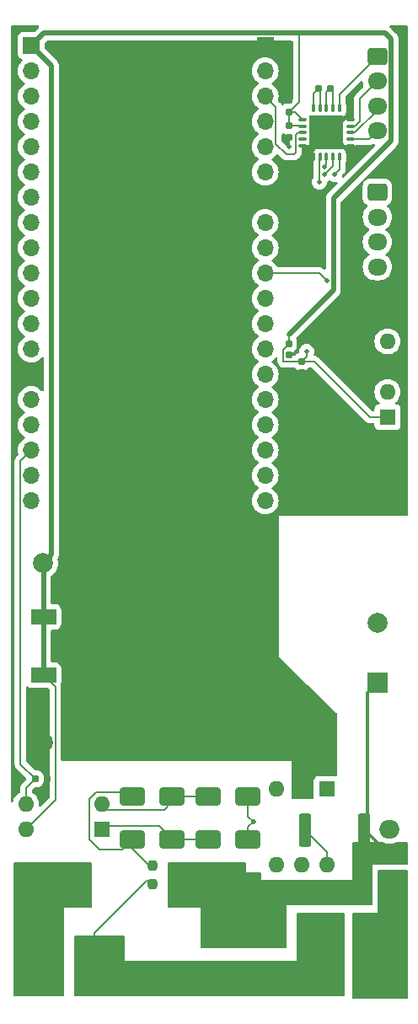
<source format=gbr>
%TF.GenerationSoftware,KiCad,Pcbnew,7.0.8*%
%TF.CreationDate,2024-01-30T16:00:28+08:00*%
%TF.ProjectId,esp32_temperature_controller,65737033-325f-4746-956d-706572617475,rev?*%
%TF.SameCoordinates,PX50e7ea0PY815a420*%
%TF.FileFunction,Copper,L2,Bot*%
%TF.FilePolarity,Positive*%
%FSLAX46Y46*%
G04 Gerber Fmt 4.6, Leading zero omitted, Abs format (unit mm)*
G04 Created by KiCad (PCBNEW 7.0.8) date 2024-01-30 16:00:28*
%MOMM*%
%LPD*%
G01*
G04 APERTURE LIST*
G04 Aperture macros list*
%AMRoundRect*
0 Rectangle with rounded corners*
0 $1 Rounding radius*
0 $2 $3 $4 $5 $6 $7 $8 $9 X,Y pos of 4 corners*
0 Add a 4 corners polygon primitive as box body*
4,1,4,$2,$3,$4,$5,$6,$7,$8,$9,$2,$3,0*
0 Add four circle primitives for the rounded corners*
1,1,$1+$1,$2,$3*
1,1,$1+$1,$4,$5*
1,1,$1+$1,$6,$7*
1,1,$1+$1,$8,$9*
0 Add four rect primitives between the rounded corners*
20,1,$1+$1,$2,$3,$4,$5,0*
20,1,$1+$1,$4,$5,$6,$7,0*
20,1,$1+$1,$6,$7,$8,$9,0*
20,1,$1+$1,$8,$9,$2,$3,0*%
G04 Aperture macros list end*
%TA.AperFunction,ComponentPad*%
%ADD10R,1.600000X1.600000*%
%TD*%
%TA.AperFunction,ComponentPad*%
%ADD11O,1.600000X1.600000*%
%TD*%
%TA.AperFunction,ComponentPad*%
%ADD12C,1.600000*%
%TD*%
%TA.AperFunction,ComponentPad*%
%ADD13RoundRect,0.250000X-0.725000X0.600000X-0.725000X-0.600000X0.725000X-0.600000X0.725000X0.600000X0*%
%TD*%
%TA.AperFunction,ComponentPad*%
%ADD14O,1.950000X1.700000*%
%TD*%
%TA.AperFunction,ComponentPad*%
%ADD15RoundRect,0.250000X-0.650000X-1.550000X0.650000X-1.550000X0.650000X1.550000X-0.650000X1.550000X0*%
%TD*%
%TA.AperFunction,ComponentPad*%
%ADD16O,1.800000X3.600000*%
%TD*%
%TA.AperFunction,ComponentPad*%
%ADD17R,1.700000X1.700000*%
%TD*%
%TA.AperFunction,ComponentPad*%
%ADD18O,1.700000X1.700000*%
%TD*%
%TA.AperFunction,ComponentPad*%
%ADD19RoundRect,0.575000X0.575000X0.575000X-0.575000X0.575000X-0.575000X-0.575000X0.575000X-0.575000X0*%
%TD*%
%TA.AperFunction,ComponentPad*%
%ADD20C,2.300000*%
%TD*%
%TA.AperFunction,ComponentPad*%
%ADD21R,2.000000X2.000000*%
%TD*%
%TA.AperFunction,ComponentPad*%
%ADD22C,2.000000*%
%TD*%
%TA.AperFunction,ComponentPad*%
%ADD23R,2.000000X1.905000*%
%TD*%
%TA.AperFunction,ComponentPad*%
%ADD24O,2.000000X1.905000*%
%TD*%
%TA.AperFunction,SMDPad,CuDef*%
%ADD25RoundRect,0.250000X-0.362500X-1.425000X0.362500X-1.425000X0.362500X1.425000X-0.362500X1.425000X0*%
%TD*%
%TA.AperFunction,SMDPad,CuDef*%
%ADD26RoundRect,0.155000X0.155000X-0.212500X0.155000X0.212500X-0.155000X0.212500X-0.155000X-0.212500X0*%
%TD*%
%TA.AperFunction,SMDPad,CuDef*%
%ADD27RoundRect,0.160000X0.197500X0.160000X-0.197500X0.160000X-0.197500X-0.160000X0.197500X-0.160000X0*%
%TD*%
%TA.AperFunction,SMDPad,CuDef*%
%ADD28RoundRect,0.250000X-1.000000X-0.650000X1.000000X-0.650000X1.000000X0.650000X-1.000000X0.650000X0*%
%TD*%
%TA.AperFunction,SMDPad,CuDef*%
%ADD29RoundRect,0.250000X-1.050000X-0.550000X1.050000X-0.550000X1.050000X0.550000X-1.050000X0.550000X0*%
%TD*%
%TA.AperFunction,SMDPad,CuDef*%
%ADD30RoundRect,0.075000X-0.075000X0.325000X-0.075000X-0.325000X0.075000X-0.325000X0.075000X0.325000X0*%
%TD*%
%TA.AperFunction,SMDPad,CuDef*%
%ADD31RoundRect,0.075000X-0.325000X0.075000X-0.325000X-0.075000X0.325000X-0.075000X0.325000X0.075000X0*%
%TD*%
%TA.AperFunction,SMDPad,CuDef*%
%ADD32R,3.350000X3.350000*%
%TD*%
%TA.AperFunction,SMDPad,CuDef*%
%ADD33RoundRect,0.237500X0.237500X-0.250000X0.237500X0.250000X-0.237500X0.250000X-0.237500X-0.250000X0*%
%TD*%
%TA.AperFunction,SMDPad,CuDef*%
%ADD34RoundRect,0.155000X-0.155000X0.212500X-0.155000X-0.212500X0.155000X-0.212500X0.155000X0.212500X0*%
%TD*%
%TA.AperFunction,ViaPad*%
%ADD35C,0.500000*%
%TD*%
%TA.AperFunction,Conductor*%
%ADD36C,0.170000*%
%TD*%
%TA.AperFunction,Conductor*%
%ADD37C,0.500000*%
%TD*%
%TA.AperFunction,Conductor*%
%ADD38C,0.300000*%
%TD*%
G04 APERTURE END LIST*
D10*
%TO.P,U4,1*%
%TO.N,Net-(R4-Pad1)*%
X31735000Y21072000D03*
D11*
%TO.P,U4,2*%
%TO.N,GND*%
X29195000Y21072000D03*
%TO.P,U4,3,NC*%
%TO.N,unconnected-(U4-NC-Pad3)*%
X26655000Y21072000D03*
%TO.P,U4,4*%
%TO.N,Net-(D5-G)*%
X26655000Y13452000D03*
%TO.P,U4,5,NC*%
%TO.N,unconnected-(U4-NC-Pad5)*%
X29195000Y13452000D03*
%TO.P,U4,6*%
%TO.N,Net-(R5-Pad1)*%
X31735000Y13452000D03*
%TD*%
D12*
%TO.P,RV1,1*%
%TO.N,NEUT*%
X24638000Y1778000D03*
%TO.P,RV1,2*%
%TO.N,LINE*%
X26638000Y6778000D03*
%TD*%
D13*
%TO.P,J6,1,Pin_1*%
%TO.N,Net-(J6-Pin_1)*%
X36830000Y81026000D03*
D14*
%TO.P,J6,2,Pin_2*%
%TO.N,Net-(J6-Pin_2)*%
X36830000Y78526000D03*
%TO.P,J6,3,Pin_3*%
%TO.N,Net-(J6-Pin_3)*%
X36830000Y76026000D03*
%TO.P,J6,4,Pin_4*%
%TO.N,Net-(J6-Pin_4)*%
X36830000Y73526000D03*
%TD*%
D15*
%TO.P,J3,1,Pin_1*%
%TO.N,/LIVE*%
X3302000Y3556000D03*
D16*
%TO.P,J3,2,Pin_2*%
%TO.N,NEUT*%
X8382000Y3556000D03*
%TD*%
D15*
%TO.P,J4,1,Pin_1*%
%TO.N,NEUT*%
X31750000Y3556000D03*
D16*
%TO.P,J4,2,Pin_2*%
%TO.N,Net-(D5-A1)*%
X36830000Y3556000D03*
%TD*%
D13*
%TO.P,J5,1,Pin_1*%
%TO.N,Net-(J5-Pin_1)*%
X36830000Y94702000D03*
D14*
%TO.P,J5,2,Pin_2*%
%TO.N,Net-(J5-Pin_2)*%
X36830000Y92202000D03*
%TO.P,J5,3,Pin_3*%
%TO.N,Net-(J5-Pin_3)*%
X36830000Y89702000D03*
%TO.P,J5,4,Pin_4*%
%TO.N,Net-(J5-Pin_4)*%
X36830000Y87202000D03*
%TD*%
D17*
%TO.P,J1,1,Pin_1*%
%TO.N,+3V3*%
X2057000Y95748000D03*
D18*
%TO.P,J1,2,Pin_2*%
%TO.N,unconnected-(J1-Pin_2-Pad2)*%
X2057000Y93208000D03*
%TO.P,J1,3,Pin_3*%
%TO.N,unconnected-(J1-Pin_3-Pad3)*%
X2057000Y90668000D03*
%TO.P,J1,4,Pin_4*%
%TO.N,unconnected-(J1-Pin_4-Pad4)*%
X2057000Y88128000D03*
%TO.P,J1,5,Pin_5*%
%TO.N,unconnected-(J1-Pin_5-Pad5)*%
X2057000Y85588000D03*
%TO.P,J1,6,Pin_6*%
%TO.N,unconnected-(J1-Pin_6-Pad6)*%
X2057000Y83048000D03*
%TO.P,J1,7,Pin_7*%
%TO.N,unconnected-(J1-Pin_7-Pad7)*%
X2057000Y80508000D03*
%TO.P,J1,8,Pin_8*%
%TO.N,unconnected-(J1-Pin_8-Pad8)*%
X2057000Y77968000D03*
%TO.P,J1,9,Pin_9*%
%TO.N,unconnected-(J1-Pin_9-Pad9)*%
X2057000Y75428000D03*
%TO.P,J1,10,Pin_10*%
%TO.N,unconnected-(J1-Pin_10-Pad10)*%
X2057000Y72888000D03*
%TO.P,J1,11,Pin_11*%
%TO.N,unconnected-(J1-Pin_11-Pad11)*%
X2057000Y70348000D03*
%TO.P,J1,12,Pin_12*%
%TO.N,unconnected-(J1-Pin_12-Pad12)*%
X2057000Y67808000D03*
%TO.P,J1,13,Pin_13*%
%TO.N,unconnected-(J1-Pin_13-Pad13)*%
X2057000Y65268000D03*
%TO.P,J1,14,Pin_14*%
%TO.N,GND*%
X2057000Y62728000D03*
%TO.P,J1,15,Pin_15*%
%TO.N,unconnected-(J1-Pin_15-Pad15)*%
X2057000Y60188000D03*
%TO.P,J1,16,Pin_16*%
%TO.N,unconnected-(J1-Pin_16-Pad16)*%
X2057000Y57648000D03*
%TO.P,J1,17,Pin_17*%
%TO.N,/ZERO_CROSS*%
X2057000Y55108000D03*
%TO.P,J1,18,Pin_18*%
%TO.N,/HEATER_CTRL*%
X2057000Y52568000D03*
%TO.P,J1,19,Pin_19*%
%TO.N,unconnected-(J1-Pin_19-Pad19)*%
X2057000Y50028000D03*
%TD*%
D10*
%TO.P,U3,1*%
%TO.N,Net-(D2-K)*%
X9134000Y17013000D03*
D11*
%TO.P,U3,2*%
%TO.N,Net-(D1-K)*%
X9134000Y19553000D03*
%TO.P,U3,3*%
%TO.N,/ZERO_CROSS*%
X1514000Y19553000D03*
%TO.P,U3,4*%
%TO.N,+3V3*%
X1514000Y17013000D03*
%TD*%
D10*
%TO.P,J7,1,Pin_1*%
%TO.N,+3V3*%
X37846000Y58420000D03*
D11*
%TO.P,J7,2,Pin_2*%
%TO.N,/DHT_SDA*%
X37846000Y60960000D03*
%TO.P,J7,3,Pin_3*%
%TO.N,GND*%
X37846000Y63500000D03*
%TO.P,J7,4,Pin_4*%
%TO.N,/DHT_SCL*%
X37846000Y66040000D03*
%TD*%
D17*
%TO.P,J2,1,Pin_1*%
%TO.N,GND*%
X25557000Y95748000D03*
D18*
%TO.P,J2,2,Pin_2*%
%TO.N,/LED_HEATING_STATE*%
X25557000Y93208000D03*
%TO.P,J2,3,Pin_3*%
%TO.N,/TEMP1_RDY*%
X25557000Y90668000D03*
%TO.P,J2,4,Pin_4*%
%TO.N,/TEMP_DI*%
X25557000Y88128000D03*
%TO.P,J2,5,Pin_5*%
%TO.N,/TEMP1_CS*%
X25557000Y85588000D03*
%TO.P,J2,6,Pin_6*%
%TO.N,Net-(J2-Pin_6)*%
X25557000Y83048000D03*
%TO.P,J2,7,Pin_7*%
%TO.N,GND*%
X25557000Y80508000D03*
%TO.P,J2,8,Pin_8*%
%TO.N,/TEMP_DO*%
X25557000Y77968000D03*
%TO.P,J2,9,Pin_9*%
%TO.N,unconnected-(J2-Pin_9-Pad9)*%
X25557000Y75428000D03*
%TO.P,J2,10,Pin_10*%
%TO.N,/TEMP2_CS*%
X25557000Y72888000D03*
%TO.P,J2,11,Pin_11*%
%TO.N,unconnected-(J2-Pin_11-Pad11)*%
X25557000Y70348000D03*
%TO.P,J2,12,Pin_12*%
%TO.N,/TEMP2_RDY*%
X25557000Y67808000D03*
%TO.P,J2,13,Pin_13*%
%TO.N,unconnected-(J2-Pin_13-Pad13)*%
X25557000Y65268000D03*
%TO.P,J2,14,Pin_14*%
%TO.N,/DHT_SCL*%
X25557000Y62728000D03*
%TO.P,J2,15,Pin_15*%
%TO.N,/DHT_SDA*%
X25557000Y60188000D03*
%TO.P,J2,16,Pin_16*%
%TO.N,unconnected-(J2-Pin_16-Pad16)*%
X25557000Y57648000D03*
%TO.P,J2,17,Pin_17*%
%TO.N,unconnected-(J2-Pin_17-Pad17)*%
X25557000Y55108000D03*
%TO.P,J2,18,Pin_18*%
%TO.N,unconnected-(J2-Pin_18-Pad18)*%
X25557000Y52568000D03*
%TO.P,J2,19,Pin_19*%
%TO.N,unconnected-(J2-Pin_19-Pad19)*%
X25557000Y50028000D03*
%TD*%
D19*
%TO.P,F1,1*%
%TO.N,LINE*%
X22188000Y11938000D03*
X17588000Y11938000D03*
D20*
%TO.P,F1,2*%
%TO.N,/LIVE*%
X6288000Y11938000D03*
X1688000Y11938000D03*
%TD*%
D21*
%TO.P,PS1,1,AC/L*%
%TO.N,LINE*%
X36830000Y31750000D03*
D22*
%TO.P,PS1,2,AC/N*%
%TO.N,NEUT*%
X36830000Y37750000D03*
%TO.P,PS1,3,-Vout*%
%TO.N,GND*%
X3230000Y25750000D03*
%TO.P,PS1,4,+Vout*%
%TO.N,+3V3*%
X3230000Y43750000D03*
%TD*%
D23*
%TO.P,D5,1,A1*%
%TO.N,Net-(D5-A1)*%
X38029000Y11938000D03*
D24*
%TO.P,D5,2,A2*%
%TO.N,LINE*%
X38029000Y14478000D03*
%TO.P,D5,3,G*%
%TO.N,Net-(D5-G)*%
X38029000Y17018000D03*
%TD*%
D25*
%TO.P,R5,1*%
%TO.N,Net-(R5-Pad1)*%
X29551500Y16936000D03*
%TO.P,R5,2*%
%TO.N,LINE*%
X35476500Y16936000D03*
%TD*%
D26*
%TO.P,C6,1*%
%TO.N,GND*%
X29210000Y62873000D03*
%TO.P,C6,2*%
%TO.N,+3V3*%
X29210000Y64008000D03*
%TD*%
%TO.P,C7,1*%
%TO.N,GND*%
X27940000Y64651000D03*
%TO.P,C7,2*%
%TO.N,+3V3*%
X27940000Y65786000D03*
%TD*%
D27*
%TO.P,R7,1*%
%TO.N,Net-(U1-ISENSOR)*%
X32093500Y91440000D03*
%TO.P,R7,2*%
%TO.N,Net-(U1-BIAS)*%
X30898500Y91440000D03*
%TD*%
D28*
%TO.P,D4,1,K*%
%TO.N,Net-(D3-K)*%
X12224000Y16002000D03*
%TO.P,D4,2,A*%
%TO.N,Net-(D2-K)*%
X16224000Y16002000D03*
%TD*%
D29*
%TO.P,C2,1*%
%TO.N,+3V3*%
X3280000Y38362000D03*
%TO.P,C2,2*%
%TO.N,GND*%
X6880000Y38362000D03*
%TD*%
D28*
%TO.P,D3,1,K*%
%TO.N,Net-(D3-K)*%
X12224000Y20320000D03*
%TO.P,D3,2,A*%
%TO.N,Net-(D1-K)*%
X16224000Y20320000D03*
%TD*%
D30*
%TO.P,U1,1,BIAS*%
%TO.N,Net-(U1-BIAS)*%
X30420000Y89469500D03*
%TO.P,U1,2,REFIN+*%
X31070000Y89469500D03*
%TO.P,U1,3,REFIN-*%
%TO.N,Net-(U1-ISENSOR)*%
X31720000Y89469500D03*
%TO.P,U1,4,ISENSOR*%
X32370000Y89469500D03*
%TO.P,U1,5,FORCE+*%
%TO.N,Net-(J5-Pin_1)*%
X33020000Y89469500D03*
D31*
%TO.P,U1,6,FORCE2*%
%TO.N,GND*%
X34170000Y88319500D03*
%TO.P,U1,7,RTDIN+*%
%TO.N,Net-(J5-Pin_2)*%
X34170000Y87669500D03*
%TO.P,U1,8,RTDIN-*%
%TO.N,Net-(J5-Pin_3)*%
X34170000Y87019500D03*
%TO.P,U1,9,FORCE-*%
%TO.N,Net-(J5-Pin_4)*%
X34170000Y86369500D03*
%TO.P,U1,10,GND*%
%TO.N,GND*%
X34170000Y85719500D03*
D30*
%TO.P,U1,11,SDI*%
%TO.N,/TEMP_DI*%
X33020000Y84569500D03*
%TO.P,U1,12,SCLK*%
%TO.N,/TEMP_CLK*%
X32370000Y84569500D03*
%TO.P,U1,13,~{CS}*%
%TO.N,/TEMP1_CS*%
X31720000Y84569500D03*
%TO.P,U1,14,SDO*%
%TO.N,/TEMP_DO*%
X31070000Y84569500D03*
%TO.P,U1,15,DGND*%
%TO.N,GND*%
X30420000Y84569500D03*
D31*
%TO.P,U1,16,GND*%
X29270000Y85719500D03*
%TO.P,U1,17,NC*%
%TO.N,unconnected-(U1-NC-Pad17)*%
X29270000Y86369500D03*
%TO.P,U1,18,~{DRDY}*%
%TO.N,/TEMP1_RDY*%
X29270000Y87019500D03*
%TO.P,U1,19,DVDD*%
%TO.N,+3V3*%
X29270000Y87669500D03*
%TO.P,U1,20,VDD*%
X29270000Y88319500D03*
D32*
%TO.P,U1,21,GND*%
%TO.N,GND*%
X31720000Y87019500D03*
%TD*%
D26*
%TO.P,C4,1*%
%TO.N,GND*%
X27940000Y86554500D03*
%TO.P,C4,2*%
%TO.N,+3V3*%
X27940000Y87689500D03*
%TD*%
D28*
%TO.P,D2,1,K*%
%TO.N,Net-(D2-K)*%
X19844000Y16002000D03*
%TO.P,D2,2,A*%
%TO.N,Net-(D1-A)*%
X23844000Y16002000D03*
%TD*%
D33*
%TO.P,R2,1*%
%TO.N,NEUT*%
X14224000Y11533500D03*
%TO.P,R2,2*%
%TO.N,Net-(D3-K)*%
X14224000Y13358500D03*
%TD*%
D29*
%TO.P,C1,1*%
%TO.N,+3V3*%
X3280000Y32512000D03*
%TO.P,C1,2*%
%TO.N,GND*%
X6880000Y32512000D03*
%TD*%
D34*
%TO.P,C3,1*%
%TO.N,GND*%
X27940000Y90229500D03*
%TO.P,C3,2*%
%TO.N,+3V3*%
X27940000Y89094500D03*
%TD*%
D28*
%TO.P,D1,1,K*%
%TO.N,Net-(D1-K)*%
X19844000Y20320000D03*
%TO.P,D1,2,A*%
%TO.N,Net-(D1-A)*%
X23844000Y20320000D03*
%TD*%
D27*
%TO.P,R3,1*%
%TO.N,GND*%
X3645500Y22098000D03*
%TO.P,R3,2*%
%TO.N,/ZERO_CROSS*%
X2450500Y22098000D03*
%TD*%
D35*
%TO.N,+3V3*%
X29718000Y65024000D03*
X27940000Y66742500D03*
%TO.N,GND*%
X20814000Y45457430D03*
X6514000Y35571716D03*
X6514000Y85000286D03*
X13664000Y65228858D03*
X35264000Y51286000D03*
X28702000Y65024000D03*
X6514000Y94886000D03*
X20814000Y65228858D03*
X27940000Y85598000D03*
X35264000Y57586000D03*
X20814000Y55343144D03*
X20814000Y75114572D03*
X6514000Y45457430D03*
X13664000Y75114572D03*
X20814000Y25686000D03*
X13664000Y25686000D03*
X29564000Y51286000D03*
X28448000Y75184000D03*
X29564000Y57586000D03*
X13664000Y55343144D03*
X20814000Y94886000D03*
X13664000Y85000286D03*
X6514000Y55343144D03*
X13664000Y35571716D03*
X13664000Y94886000D03*
X28448000Y79248000D03*
X28448000Y77216000D03*
X20814000Y85000286D03*
X29718000Y84836000D03*
X6514000Y25686000D03*
X6514000Y65228858D03*
X6514000Y75114572D03*
X20814000Y35571716D03*
%TO.N,Net-(D1-A)*%
X24384000Y17780000D03*
%TO.N,Net-(D5-A1)*%
X37084000Y8636000D03*
X38608000Y10160000D03*
X35052000Y6686000D03*
X38100000Y7702000D03*
X36576000Y6686000D03*
X36576000Y7702000D03*
X37084000Y10160000D03*
X38608000Y8636000D03*
X37846000Y10160000D03*
X38100000Y6686000D03*
X35052000Y7702000D03*
%TO.N,/TEMP_DI*%
X32512000Y82804000D03*
%TO.N,/TEMP_CLK*%
X31496000Y82804000D03*
%TO.N,/TEMP1_CS*%
X31496000Y83566000D03*
%TO.N,/TEMP_DO*%
X30988000Y82042000D03*
%TO.N,/TEMP2_CS*%
X31750000Y72136000D03*
%TD*%
D36*
%TO.N,+3V3*%
X27940000Y87689500D02*
X29262500Y87689500D01*
X4465000Y19964000D02*
X1514000Y17013000D01*
X27395000Y65241000D02*
X27395000Y64045000D01*
X27940000Y87689500D02*
X27940000Y89094500D01*
X36068000Y58420000D02*
X37846000Y58420000D01*
X3280000Y32512000D02*
X4465000Y31327000D01*
X29262500Y87689500D02*
X29282500Y87669500D01*
X27940000Y65786000D02*
X27395000Y65241000D01*
X29210000Y64008000D02*
X30480000Y64008000D01*
X30480000Y64008000D02*
X36068000Y58420000D01*
D37*
X3280000Y32512000D02*
X3280000Y38362000D01*
X4064000Y44584000D02*
X4064000Y93741000D01*
X38205000Y96415000D02*
X38205000Y86211000D01*
X2057000Y95748000D02*
X3307000Y96998000D01*
D36*
X28507500Y89094500D02*
X29282500Y88319500D01*
D37*
X37622000Y96998000D02*
X38205000Y96415000D01*
X32400000Y80406000D02*
X32400000Y71202500D01*
D36*
X28956000Y90110500D02*
X28956000Y96998000D01*
X27940000Y89094500D02*
X28507500Y89094500D01*
X27395000Y64045000D02*
X27432000Y64008000D01*
D37*
X3230000Y43750000D02*
X4064000Y44584000D01*
D36*
X29718000Y64516000D02*
X29210000Y64008000D01*
X27940000Y65786000D02*
X27940000Y66742500D01*
D37*
X4064000Y93741000D02*
X2057000Y95748000D01*
D36*
X27940000Y89094500D02*
X28956000Y90110500D01*
X4465000Y31327000D02*
X4465000Y19964000D01*
D37*
X3280000Y38362000D02*
X3280000Y43700000D01*
D36*
X29718000Y65024000D02*
X29718000Y64516000D01*
D37*
X3307000Y96998000D02*
X28956000Y96998000D01*
X38205000Y86211000D02*
X32400000Y80406000D01*
D36*
X27432000Y64008000D02*
X29210000Y64008000D01*
D37*
X3280000Y43700000D02*
X3230000Y43750000D01*
X28956000Y96998000D02*
X37622000Y96998000D01*
X32400000Y71202500D02*
X27940000Y66742500D01*
D36*
%TO.N,GND*%
X28329000Y64651000D02*
X28702000Y65024000D01*
X27940000Y64651000D02*
X28329000Y64651000D01*
%TO.N,Net-(J5-Pin_3)*%
X36830000Y89279500D02*
X36830000Y89702000D01*
X34570000Y87019500D02*
X36830000Y89279500D01*
X34157500Y87019500D02*
X34570000Y87019500D01*
%TO.N,Net-(J5-Pin_2)*%
X35052000Y90424000D02*
X36830000Y92202000D01*
X35052000Y88151500D02*
X35052000Y90424000D01*
X34157500Y87669500D02*
X34570000Y87669500D01*
X34570000Y87669500D02*
X35052000Y88151500D01*
%TO.N,Net-(D1-K)*%
X16224000Y20320000D02*
X16224000Y19780000D01*
X16224000Y19780000D02*
X15429000Y18985000D01*
X15429000Y18985000D02*
X9702000Y18985000D01*
X19844000Y20320000D02*
X16224000Y20320000D01*
X9702000Y18985000D02*
X9134000Y19553000D01*
%TO.N,Net-(D1-A)*%
X23844000Y16002000D02*
X23844000Y17240000D01*
X23844000Y17240000D02*
X24384000Y17780000D01*
X23844000Y18320000D02*
X24384000Y17780000D01*
X23844000Y20320000D02*
X23844000Y18320000D01*
%TO.N,Net-(D2-K)*%
X19844000Y16002000D02*
X16224000Y16002000D01*
X16224000Y16002000D02*
X14889000Y17337000D01*
X9458000Y17337000D02*
X9134000Y17013000D01*
X14889000Y17337000D02*
X9458000Y17337000D01*
%TO.N,Net-(D3-K)*%
X11208000Y14986000D02*
X12224000Y16002000D01*
X7899000Y16032816D02*
X8945816Y14986000D01*
X12224000Y16002000D02*
X12224000Y15043500D01*
X7899000Y20091000D02*
X7899000Y16032816D01*
X12224000Y15043500D02*
X14224000Y13043500D01*
X8596000Y20788000D02*
X7899000Y20091000D01*
X8945816Y14986000D02*
X11208000Y14986000D01*
X11756000Y20788000D02*
X8596000Y20788000D01*
X12224000Y20320000D02*
X11756000Y20788000D01*
D38*
%TO.N,LINE*%
X35788600Y30708600D02*
X36830000Y31750000D01*
X38029000Y14478000D02*
X35788600Y16718400D01*
X35788600Y16718400D02*
X35788600Y30708600D01*
D36*
%TO.N,NEUT*%
X13626500Y11848500D02*
X8382000Y6604000D01*
X14224000Y11848500D02*
X13626500Y11848500D01*
X8382000Y6604000D02*
X8382000Y3556000D01*
%TO.N,/ZERO_CROSS*%
X1514000Y21161500D02*
X2450500Y22098000D01*
X972000Y54023000D02*
X2057000Y55108000D01*
X1514000Y19553000D02*
X1514000Y21161500D01*
X2450500Y22098000D02*
X972000Y23576500D01*
X972000Y23576500D02*
X972000Y54023000D01*
%TO.N,Net-(J5-Pin_1)*%
X33020000Y89457000D02*
X33020000Y90892000D01*
X33020000Y90892000D02*
X36830000Y94702000D01*
%TO.N,Net-(J5-Pin_4)*%
X34157500Y86369500D02*
X35997500Y86369500D01*
X35997500Y86369500D02*
X36830000Y87202000D01*
%TO.N,Net-(R5-Pad1)*%
X31735000Y14752500D02*
X31735000Y13452000D01*
X29551500Y16936000D02*
X31735000Y14752500D01*
%TO.N,Net-(U1-ISENSOR)*%
X32370000Y89457000D02*
X32370000Y91163500D01*
X31720000Y91066500D02*
X32093500Y91440000D01*
X32370000Y91163500D02*
X32093500Y91440000D01*
X31720000Y89457000D02*
X31720000Y91066500D01*
%TO.N,Net-(U1-BIAS)*%
X30420000Y89457000D02*
X30420000Y90961500D01*
X30420000Y90961500D02*
X30898500Y91440000D01*
X31070000Y89457000D02*
X31070000Y91268500D01*
X31070000Y91268500D02*
X30898500Y91440000D01*
%TO.N,/TEMP_DI*%
X33020000Y83312000D02*
X32512000Y82804000D01*
X33020000Y84582000D02*
X33020000Y83312000D01*
X25557000Y87981000D02*
X25557000Y88128000D01*
%TO.N,/TEMP_CLK*%
X32370000Y84582000D02*
X32370000Y83678000D01*
X32370000Y83678000D02*
X31496000Y82804000D01*
%TO.N,/TEMP1_CS*%
X31720000Y83790000D02*
X31496000Y83566000D01*
X31720000Y84582000D02*
X31720000Y83790000D01*
%TO.N,/TEMP_DO*%
X30988000Y82042000D02*
X30988000Y84500000D01*
X30988000Y84500000D02*
X31070000Y84582000D01*
%TO.N,/TEMP1_RDY*%
X29282500Y87019500D02*
X28870000Y87019500D01*
X26642000Y89583000D02*
X25557000Y90668000D01*
X28635000Y85023000D02*
X28448000Y84836000D01*
X28870000Y87019500D02*
X28635000Y86784500D01*
X28448000Y84836000D02*
X27686000Y84836000D01*
X27686000Y84836000D02*
X26642000Y85880000D01*
X26642000Y85880000D02*
X26642000Y89583000D01*
X28635000Y86784500D02*
X28635000Y85023000D01*
%TO.N,/TEMP2_CS*%
X31750000Y72136000D02*
X30998000Y72888000D01*
X30998000Y72888000D02*
X25557000Y72888000D01*
%TD*%
%TA.AperFunction,Conductor*%
%TO.N,LINE*%
G36*
X37283449Y15737556D02*
G01*
X37331435Y15716508D01*
X37508095Y15639017D01*
X37741524Y15579905D01*
X37921400Y15565000D01*
X37921402Y15565000D01*
X38136598Y15565000D01*
X38136600Y15565000D01*
X38316476Y15579905D01*
X38549905Y15639017D01*
X38770422Y15735745D01*
X38770421Y15735745D01*
X38774551Y15737556D01*
X38824361Y15748000D01*
X39754000Y15748000D01*
X39821039Y15728315D01*
X39866794Y15675511D01*
X39878000Y15624000D01*
X39878000Y13586000D01*
X39858315Y13518961D01*
X39805511Y13473206D01*
X39754000Y13462000D01*
X36322000Y13462000D01*
X36322000Y9522000D01*
X36302315Y9454961D01*
X36249511Y9409206D01*
X36198000Y9398000D01*
X27686000Y9398000D01*
X27686000Y5204000D01*
X27666315Y5136961D01*
X27613511Y5091206D01*
X27562000Y5080000D01*
X19174000Y5080000D01*
X19106961Y5099685D01*
X19061206Y5152489D01*
X19050000Y5204000D01*
X19050000Y9144000D01*
X15872000Y9144000D01*
X15804961Y9163685D01*
X15759206Y9216489D01*
X15748000Y9268000D01*
X15748000Y13592000D01*
X15767685Y13659039D01*
X15820489Y13704794D01*
X15872000Y13716000D01*
X23498000Y13716000D01*
X23565039Y13696315D01*
X23610794Y13643511D01*
X23622000Y13592000D01*
X23622000Y12700000D01*
X25022000Y12700000D01*
X25089039Y12680315D01*
X25134794Y12627511D01*
X25146000Y12576000D01*
X25146000Y11938000D01*
X34290000Y11938000D01*
X34290000Y15624000D01*
X34309685Y15691039D01*
X34362489Y15736794D01*
X34414000Y15748000D01*
X37233639Y15748000D01*
X37283449Y15737556D01*
G37*
%TD.AperFunction*%
%TD*%
%TA.AperFunction,Conductor*%
%TO.N,/LIVE*%
G36*
X8071039Y13696315D02*
G01*
X8116794Y13643511D01*
X8128000Y13592000D01*
X8128000Y9268000D01*
X8108315Y9200961D01*
X8055511Y9155206D01*
X8004000Y9144000D01*
X5334000Y9144000D01*
X5334000Y378000D01*
X5314315Y310961D01*
X5261511Y265206D01*
X5210000Y254000D01*
X378000Y254000D01*
X310961Y273685D01*
X265206Y326489D01*
X254000Y378000D01*
X254000Y13592000D01*
X273685Y13659039D01*
X326489Y13704794D01*
X378000Y13716000D01*
X8004000Y13716000D01*
X8071039Y13696315D01*
G37*
%TD.AperFunction*%
%TD*%
%TA.AperFunction,Conductor*%
%TO.N,NEUT*%
G36*
X33471039Y8616315D02*
G01*
X33516794Y8563511D01*
X33528000Y8512000D01*
X33528000Y378000D01*
X33508315Y310961D01*
X33455511Y265206D01*
X33404000Y254000D01*
X6474000Y254000D01*
X6406961Y273685D01*
X6361206Y326489D01*
X6350000Y378000D01*
X6350000Y6226000D01*
X6369685Y6293039D01*
X6422489Y6338794D01*
X6474000Y6350000D01*
X11306000Y6350000D01*
X11373039Y6330315D01*
X11418794Y6277511D01*
X11430000Y6226000D01*
X11430000Y3810000D01*
X28702000Y3810000D01*
X28702000Y8512000D01*
X28721685Y8579039D01*
X28774489Y8624794D01*
X28826000Y8636000D01*
X33404000Y8636000D01*
X33471039Y8616315D01*
G37*
%TD.AperFunction*%
%TD*%
%TA.AperFunction,Conductor*%
%TO.N,Net-(D5-A1)*%
G36*
X39821039Y12934315D02*
G01*
X39866794Y12881511D01*
X39878000Y12830000D01*
X39878000Y124500D01*
X39858315Y57461D01*
X39805511Y11706D01*
X39754000Y500D01*
X34414000Y500D01*
X34346961Y20185D01*
X34301206Y72989D01*
X34290000Y124500D01*
X34290000Y8512000D01*
X34309685Y8579039D01*
X34362489Y8624794D01*
X34414000Y8636000D01*
X36830000Y8636000D01*
X36830000Y12830000D01*
X36849685Y12897039D01*
X36902489Y12942794D01*
X36954000Y12954000D01*
X39754000Y12954000D01*
X39821039Y12934315D01*
G37*
%TD.AperFunction*%
%TD*%
%TA.AperFunction,Conductor*%
%TO.N,GND*%
G36*
X1755151Y31373007D02*
G01*
X1755197Y31373080D01*
X1755690Y31372776D01*
X1758416Y31371604D01*
X1761343Y31369289D01*
X1761344Y31369288D01*
X1910666Y31277186D01*
X2077203Y31222001D01*
X2179991Y31211500D01*
X3701115Y31211501D01*
X3768154Y31191816D01*
X3788796Y31175182D01*
X3843181Y31120797D01*
X3876666Y31059474D01*
X3879500Y31033116D01*
X3879500Y20257885D01*
X3859815Y20190846D01*
X3843181Y20170204D01*
X3021394Y19348418D01*
X2960071Y19314933D01*
X2890379Y19319917D01*
X2834446Y19361789D01*
X2810029Y19427253D01*
X2810184Y19446894D01*
X2819468Y19553000D01*
X2799635Y19779692D01*
X2740739Y19999496D01*
X2644568Y20205734D01*
X2514047Y20392139D01*
X2514045Y20392142D01*
X2353141Y20553046D01*
X2166731Y20683570D01*
X2162039Y20686279D01*
X2163267Y20688408D01*
X2118617Y20727770D01*
X2099500Y20793917D01*
X2099500Y20867617D01*
X2119185Y20934656D01*
X2135815Y20955294D01*
X2421703Y21241183D01*
X2483026Y21274667D01*
X2509384Y21277501D01*
X2701388Y21277501D01*
X2767926Y21283547D01*
X2767927Y21283548D01*
X2767933Y21283548D01*
X2921069Y21331267D01*
X2999288Y21378552D01*
X3058329Y21414243D01*
X3058330Y21414245D01*
X3058335Y21414247D01*
X3171753Y21527665D01*
X3180237Y21541698D01*
X3254732Y21664930D01*
X3254733Y21664931D01*
X3302452Y21818067D01*
X3308500Y21884619D01*
X3308499Y22311380D01*
X3308499Y22311389D01*
X3302453Y22377927D01*
X3302452Y22377930D01*
X3302452Y22377933D01*
X3254733Y22531069D01*
X3254732Y22531071D01*
X3171757Y22668330D01*
X3171753Y22668335D01*
X3058334Y22781754D01*
X3058329Y22781758D01*
X2921070Y22864733D01*
X2921066Y22864735D01*
X2767933Y22912452D01*
X2767935Y22912452D01*
X2741312Y22914872D01*
X2701381Y22918500D01*
X2701378Y22918500D01*
X2509384Y22918500D01*
X2442345Y22938185D01*
X2421703Y22954819D01*
X1593819Y23782703D01*
X1560334Y23844026D01*
X1557500Y23870384D01*
X1557500Y31274342D01*
X1577185Y31341381D01*
X1629989Y31387136D01*
X1699147Y31397080D01*
X1755151Y31373007D01*
G37*
%TD.AperFunction*%
%TA.AperFunction,Conductor*%
G36*
X2801994Y97770315D02*
G01*
X2847749Y97717511D01*
X2857693Y97648353D01*
X2828668Y97584797D01*
X2825149Y97580906D01*
X2768598Y97520966D01*
X2382450Y97134819D01*
X2321127Y97101334D01*
X2294769Y97098500D01*
X1159129Y97098500D01*
X1159123Y97098499D01*
X1099516Y97092092D01*
X964671Y97041798D01*
X964664Y97041794D01*
X849455Y96955548D01*
X849452Y96955545D01*
X763206Y96840336D01*
X763202Y96840329D01*
X712908Y96705483D01*
X706501Y96645884D01*
X706500Y96645865D01*
X706500Y94850130D01*
X706501Y94850124D01*
X712908Y94790517D01*
X763202Y94655672D01*
X763206Y94655665D01*
X849452Y94540456D01*
X849455Y94540453D01*
X964664Y94454207D01*
X964671Y94454203D01*
X1096081Y94405190D01*
X1152015Y94363319D01*
X1176432Y94297855D01*
X1161580Y94229582D01*
X1140430Y94201327D01*
X1018503Y94079400D01*
X882965Y93885831D01*
X882964Y93885829D01*
X783098Y93671665D01*
X783094Y93671656D01*
X721938Y93443414D01*
X721936Y93443404D01*
X701341Y93208001D01*
X701341Y93208000D01*
X721936Y92972597D01*
X721938Y92972587D01*
X783094Y92744345D01*
X783096Y92744341D01*
X783097Y92744337D01*
X800500Y92707017D01*
X882965Y92530170D01*
X882967Y92530166D01*
X1018501Y92336605D01*
X1018506Y92336598D01*
X1185597Y92169507D01*
X1185603Y92169502D01*
X1371158Y92039575D01*
X1414783Y91984998D01*
X1421977Y91915500D01*
X1390454Y91853145D01*
X1371158Y91836425D01*
X1185597Y91706495D01*
X1018505Y91539403D01*
X882965Y91345831D01*
X882964Y91345829D01*
X783098Y91131665D01*
X783094Y91131656D01*
X721938Y90903414D01*
X721936Y90903404D01*
X701341Y90668001D01*
X701341Y90668000D01*
X721936Y90432597D01*
X721938Y90432587D01*
X783094Y90204345D01*
X783096Y90204341D01*
X783097Y90204337D01*
X858278Y90043112D01*
X882965Y89990170D01*
X882967Y89990166D01*
X1018501Y89796605D01*
X1018506Y89796598D01*
X1185597Y89629507D01*
X1185603Y89629502D01*
X1371158Y89499575D01*
X1414783Y89444998D01*
X1421977Y89375500D01*
X1390454Y89313145D01*
X1371158Y89296425D01*
X1185597Y89166495D01*
X1018505Y88999403D01*
X882965Y88805831D01*
X882964Y88805829D01*
X783098Y88591665D01*
X783094Y88591656D01*
X721938Y88363414D01*
X721936Y88363404D01*
X701341Y88128001D01*
X701341Y88128000D01*
X721936Y87892597D01*
X721938Y87892587D01*
X783094Y87664345D01*
X783096Y87664341D01*
X783097Y87664337D01*
X800500Y87627017D01*
X882965Y87450170D01*
X882967Y87450166D01*
X1018501Y87256605D01*
X1018506Y87256598D01*
X1185597Y87089507D01*
X1185603Y87089502D01*
X1371158Y86959575D01*
X1414783Y86904998D01*
X1421977Y86835500D01*
X1390454Y86773145D01*
X1371158Y86756425D01*
X1185597Y86626495D01*
X1018505Y86459403D01*
X882965Y86265831D01*
X882964Y86265829D01*
X783098Y86051665D01*
X783094Y86051656D01*
X721938Y85823414D01*
X721936Y85823404D01*
X701341Y85588001D01*
X701341Y85588000D01*
X721936Y85352597D01*
X721938Y85352587D01*
X783094Y85124345D01*
X783096Y85124341D01*
X783097Y85124337D01*
X866182Y84946161D01*
X882965Y84910170D01*
X882967Y84910166D01*
X945993Y84820157D01*
X1018501Y84716604D01*
X1018506Y84716598D01*
X1185597Y84549507D01*
X1185603Y84549502D01*
X1371158Y84419575D01*
X1414783Y84364998D01*
X1421977Y84295500D01*
X1390454Y84233145D01*
X1371158Y84216425D01*
X1185597Y84086495D01*
X1018505Y83919403D01*
X882965Y83725831D01*
X882964Y83725829D01*
X783098Y83511665D01*
X783094Y83511656D01*
X721938Y83283414D01*
X721936Y83283404D01*
X701341Y83048001D01*
X701341Y83048000D01*
X721936Y82812597D01*
X721938Y82812587D01*
X783094Y82584345D01*
X783096Y82584341D01*
X783097Y82584337D01*
X823910Y82496814D01*
X882965Y82370170D01*
X882967Y82370166D01*
X924527Y82310813D01*
X1005349Y82195387D01*
X1018501Y82176605D01*
X1018506Y82176598D01*
X1185597Y82009507D01*
X1185603Y82009502D01*
X1371158Y81879575D01*
X1414783Y81824998D01*
X1421977Y81755500D01*
X1390454Y81693145D01*
X1371158Y81676425D01*
X1185597Y81546495D01*
X1018505Y81379403D01*
X882965Y81185831D01*
X882964Y81185829D01*
X783098Y80971665D01*
X783094Y80971656D01*
X721938Y80743414D01*
X721936Y80743404D01*
X701341Y80508001D01*
X701341Y80508000D01*
X721936Y80272597D01*
X721938Y80272587D01*
X783094Y80044345D01*
X783096Y80044341D01*
X783097Y80044337D01*
X783361Y80043771D01*
X882965Y79830170D01*
X882967Y79830166D01*
X1018501Y79636605D01*
X1018506Y79636598D01*
X1185597Y79469507D01*
X1185603Y79469502D01*
X1371158Y79339575D01*
X1414783Y79284998D01*
X1421977Y79215500D01*
X1390454Y79153145D01*
X1371158Y79136425D01*
X1185597Y79006495D01*
X1018505Y78839403D01*
X882965Y78645831D01*
X882964Y78645829D01*
X783098Y78431665D01*
X783094Y78431656D01*
X721938Y78203414D01*
X721936Y78203404D01*
X701341Y77968001D01*
X701341Y77968000D01*
X721936Y77732597D01*
X721938Y77732587D01*
X783094Y77504345D01*
X783096Y77504341D01*
X783097Y77504337D01*
X867657Y77322998D01*
X882965Y77290170D01*
X882967Y77290166D01*
X1018501Y77096605D01*
X1018506Y77096598D01*
X1185597Y76929507D01*
X1185603Y76929502D01*
X1371158Y76799575D01*
X1414783Y76744998D01*
X1421977Y76675500D01*
X1390454Y76613145D01*
X1371158Y76596425D01*
X1185597Y76466495D01*
X1018505Y76299403D01*
X882965Y76105831D01*
X882964Y76105829D01*
X783098Y75891665D01*
X783094Y75891656D01*
X721938Y75663414D01*
X721936Y75663404D01*
X701341Y75428001D01*
X701341Y75428000D01*
X721936Y75192597D01*
X721938Y75192587D01*
X783094Y74964345D01*
X783096Y74964341D01*
X783097Y74964337D01*
X800500Y74927017D01*
X882965Y74750170D01*
X882967Y74750166D01*
X1018501Y74556605D01*
X1018506Y74556598D01*
X1185597Y74389507D01*
X1185603Y74389502D01*
X1371158Y74259575D01*
X1414783Y74204998D01*
X1421977Y74135500D01*
X1390454Y74073145D01*
X1371158Y74056425D01*
X1185597Y73926495D01*
X1018505Y73759403D01*
X882965Y73565831D01*
X882964Y73565829D01*
X783098Y73351665D01*
X783094Y73351656D01*
X721938Y73123414D01*
X721936Y73123404D01*
X701341Y72888001D01*
X701341Y72888000D01*
X721936Y72652597D01*
X721938Y72652587D01*
X783094Y72424345D01*
X783096Y72424341D01*
X783097Y72424337D01*
X816845Y72351965D01*
X882965Y72210170D01*
X882967Y72210166D01*
X991281Y72055479D01*
X1013781Y72023345D01*
X1018501Y72016605D01*
X1018506Y72016598D01*
X1185597Y71849507D01*
X1185603Y71849502D01*
X1371158Y71719575D01*
X1414783Y71664998D01*
X1421977Y71595500D01*
X1390454Y71533145D01*
X1371158Y71516425D01*
X1185597Y71386495D01*
X1018505Y71219403D01*
X882965Y71025831D01*
X882964Y71025829D01*
X783098Y70811665D01*
X783094Y70811656D01*
X721938Y70583414D01*
X721936Y70583404D01*
X701341Y70348001D01*
X701341Y70348000D01*
X721936Y70112597D01*
X721938Y70112587D01*
X783094Y69884345D01*
X783096Y69884341D01*
X783097Y69884337D01*
X800500Y69847017D01*
X882965Y69670170D01*
X882967Y69670166D01*
X1018501Y69476605D01*
X1018506Y69476598D01*
X1185597Y69309507D01*
X1185603Y69309502D01*
X1371158Y69179575D01*
X1414783Y69124998D01*
X1421977Y69055500D01*
X1390454Y68993145D01*
X1371158Y68976425D01*
X1185597Y68846495D01*
X1018505Y68679403D01*
X882965Y68485831D01*
X882964Y68485829D01*
X783098Y68271665D01*
X783094Y68271656D01*
X721938Y68043414D01*
X721936Y68043404D01*
X701341Y67808001D01*
X701341Y67808000D01*
X721936Y67572597D01*
X721938Y67572587D01*
X783094Y67344345D01*
X783096Y67344341D01*
X783097Y67344337D01*
X830691Y67242272D01*
X882965Y67130170D01*
X882967Y67130166D01*
X1018501Y66936605D01*
X1018506Y66936598D01*
X1185597Y66769507D01*
X1185603Y66769502D01*
X1371158Y66639575D01*
X1414783Y66584998D01*
X1421977Y66515500D01*
X1390454Y66453145D01*
X1371158Y66436425D01*
X1185597Y66306495D01*
X1018505Y66139403D01*
X882965Y65945831D01*
X882964Y65945829D01*
X783098Y65731665D01*
X783094Y65731656D01*
X721938Y65503414D01*
X721936Y65503404D01*
X701341Y65268001D01*
X701341Y65268000D01*
X721936Y65032597D01*
X721938Y65032587D01*
X783094Y64804345D01*
X783096Y64804341D01*
X783097Y64804337D01*
X815648Y64734532D01*
X882965Y64590170D01*
X882967Y64590166D01*
X991281Y64435479D01*
X1018505Y64396599D01*
X1185599Y64229505D01*
X1282384Y64161735D01*
X1379165Y64093968D01*
X1379167Y64093967D01*
X1379170Y64093965D01*
X1593337Y63994097D01*
X1821592Y63932937D01*
X2009918Y63916461D01*
X2056999Y63912341D01*
X2057000Y63912341D01*
X2057001Y63912341D01*
X2096234Y63915774D01*
X2292408Y63932937D01*
X2520663Y63994097D01*
X2734830Y64093965D01*
X2928401Y64229505D01*
X3095495Y64396599D01*
X3095495Y64396600D01*
X3099323Y64400427D01*
X3100403Y64399347D01*
X3152674Y64434127D01*
X3222535Y64435240D01*
X3281908Y64398406D01*
X3311941Y64335321D01*
X3313500Y64315721D01*
X3313500Y61140281D01*
X3293815Y61073242D01*
X3241011Y61027487D01*
X3171853Y61017543D01*
X3108297Y61046568D01*
X3099379Y61055629D01*
X3099324Y61055573D01*
X2928402Y61226494D01*
X2928395Y61226499D01*
X2734834Y61362033D01*
X2734830Y61362035D01*
X2734828Y61362036D01*
X2520663Y61461903D01*
X2520659Y61461904D01*
X2520655Y61461906D01*
X2292413Y61523062D01*
X2292403Y61523064D01*
X2057001Y61543659D01*
X2056999Y61543659D01*
X1821596Y61523064D01*
X1821586Y61523062D01*
X1593344Y61461906D01*
X1593335Y61461902D01*
X1379171Y61362036D01*
X1379169Y61362035D01*
X1185597Y61226495D01*
X1018505Y61059403D01*
X882965Y60865831D01*
X882964Y60865829D01*
X783098Y60651665D01*
X783094Y60651656D01*
X721938Y60423414D01*
X721936Y60423404D01*
X701341Y60188001D01*
X701341Y60188000D01*
X721936Y59952597D01*
X721938Y59952587D01*
X783094Y59724345D01*
X783096Y59724341D01*
X783097Y59724337D01*
X882965Y59510170D01*
X882967Y59510166D01*
X1018501Y59316605D01*
X1018506Y59316598D01*
X1185597Y59149507D01*
X1185603Y59149502D01*
X1371158Y59019575D01*
X1414783Y58964998D01*
X1421977Y58895500D01*
X1390454Y58833145D01*
X1371158Y58816425D01*
X1185597Y58686495D01*
X1018505Y58519403D01*
X882965Y58325831D01*
X882964Y58325829D01*
X783098Y58111665D01*
X783094Y58111656D01*
X721938Y57883414D01*
X721936Y57883404D01*
X701341Y57648001D01*
X701341Y57648000D01*
X721936Y57412597D01*
X721938Y57412587D01*
X783094Y57184345D01*
X783096Y57184341D01*
X783097Y57184337D01*
X813331Y57119501D01*
X882965Y56970170D01*
X882967Y56970166D01*
X1018501Y56776605D01*
X1018506Y56776598D01*
X1185597Y56609507D01*
X1185603Y56609502D01*
X1371158Y56479575D01*
X1414783Y56424998D01*
X1421977Y56355500D01*
X1390454Y56293145D01*
X1371158Y56276425D01*
X1185597Y56146495D01*
X1018505Y55979403D01*
X882965Y55785831D01*
X882964Y55785829D01*
X783098Y55571665D01*
X783094Y55571656D01*
X721938Y55343414D01*
X721936Y55343404D01*
X701341Y55108001D01*
X701341Y55108000D01*
X721936Y54872597D01*
X721938Y54872587D01*
X760810Y54727514D01*
X759147Y54657664D01*
X728716Y54607740D01*
X587997Y54467020D01*
X581894Y54461669D01*
X554418Y54440584D01*
X554417Y54440583D01*
X534902Y54415152D01*
X525733Y54403203D01*
X525729Y54403198D01*
X460567Y54318277D01*
X460565Y54318275D01*
X401572Y54175850D01*
X401571Y54175846D01*
X381448Y54023000D01*
X385969Y53988662D01*
X386500Y53980561D01*
X386500Y23618942D01*
X385969Y23610840D01*
X381448Y23576501D01*
X381448Y23576497D01*
X385967Y23542161D01*
X385970Y23542152D01*
X401571Y23423655D01*
X401572Y23423651D01*
X460565Y23281226D01*
X460567Y23281224D01*
X554417Y23158917D01*
X581901Y23137828D01*
X587989Y23132489D01*
X1189407Y22531071D01*
X1534796Y22185682D01*
X1568281Y22124359D01*
X1563297Y22054667D01*
X1534796Y22010320D01*
X1129997Y21605520D01*
X1123894Y21600169D01*
X1096418Y21579084D01*
X1067733Y21541703D01*
X1067729Y21541698D01*
X1002567Y21456777D01*
X1002565Y21456775D01*
X943572Y21314350D01*
X943571Y21314346D01*
X923448Y21161500D01*
X927969Y21127162D01*
X928500Y21119061D01*
X928500Y20793917D01*
X908815Y20726878D01*
X864754Y20688369D01*
X865961Y20686279D01*
X861268Y20683570D01*
X674858Y20553046D01*
X513954Y20392142D01*
X383432Y20205735D01*
X383431Y20205733D01*
X287261Y19999498D01*
X287258Y19999489D01*
X244275Y19839070D01*
X207910Y19779409D01*
X145063Y19748880D01*
X75688Y19757175D01*
X21810Y19801660D01*
X535Y19868212D01*
X500Y19871163D01*
X500Y97666000D01*
X20185Y97733039D01*
X72989Y97778794D01*
X124500Y97790000D01*
X2734955Y97790000D01*
X2801994Y97770315D01*
G37*
%TD.AperFunction*%
%TA.AperFunction,Conductor*%
G36*
X39821039Y97770315D02*
G01*
X39866794Y97717511D01*
X39878000Y97666000D01*
X39878000Y48638000D01*
X39858315Y48570961D01*
X39805511Y48525206D01*
X39754000Y48514000D01*
X26924000Y48514000D01*
X26924000Y34290000D01*
X32727712Y28738623D01*
X32762551Y28678060D01*
X32766000Y28649016D01*
X32766000Y22490858D01*
X32746315Y22423819D01*
X32693511Y22378064D01*
X32628747Y22367568D01*
X32619318Y22368582D01*
X32582873Y22372500D01*
X32582867Y22372500D01*
X30887129Y22372500D01*
X30887123Y22372499D01*
X30827516Y22366092D01*
X30692671Y22315798D01*
X30692664Y22315794D01*
X30577455Y22229548D01*
X30577452Y22229545D01*
X30491206Y22114336D01*
X30491202Y22114329D01*
X30440908Y21979483D01*
X30434501Y21919884D01*
X30434500Y21919865D01*
X30434500Y20224130D01*
X30434501Y20224126D01*
X30436745Y20203254D01*
X30424339Y20134495D01*
X30376728Y20083358D01*
X30313455Y20066000D01*
X28318000Y20066000D01*
X28250961Y20085685D01*
X28205206Y20138489D01*
X28194000Y20190000D01*
X28194000Y23876000D01*
X5174500Y23876000D01*
X5107461Y23895685D01*
X5061706Y23948489D01*
X5050500Y24000000D01*
X5050500Y31284567D01*
X5051031Y31292669D01*
X5055551Y31327001D01*
X5055551Y31327002D01*
X5050771Y31363311D01*
X5050769Y31363329D01*
X5050500Y31365373D01*
X5035429Y31479846D01*
X5010893Y31539079D01*
X5003425Y31608546D01*
X5013078Y31638946D01*
X5014806Y31642655D01*
X5014814Y31642666D01*
X5069999Y31809203D01*
X5080500Y31911991D01*
X5080499Y33112008D01*
X5069999Y33214797D01*
X5014814Y33381334D01*
X4922712Y33530656D01*
X4798656Y33654712D01*
X4649334Y33746814D01*
X4482797Y33801999D01*
X4482795Y33802000D01*
X4380016Y33812500D01*
X4380009Y33812500D01*
X4154500Y33812500D01*
X4087461Y33832185D01*
X4041706Y33884989D01*
X4030500Y33936500D01*
X4030500Y36937501D01*
X4050185Y37004540D01*
X4102989Y37050295D01*
X4154500Y37061501D01*
X4380002Y37061501D01*
X4380008Y37061501D01*
X4482797Y37072001D01*
X4649334Y37127186D01*
X4798656Y37219288D01*
X4922712Y37343344D01*
X5014814Y37492666D01*
X5069999Y37659203D01*
X5080500Y37761991D01*
X5080499Y38962008D01*
X5069999Y39064797D01*
X5014814Y39231334D01*
X4922712Y39380656D01*
X4798656Y39504712D01*
X4649334Y39596814D01*
X4482797Y39651999D01*
X4482795Y39652000D01*
X4380016Y39662500D01*
X4380009Y39662500D01*
X4154500Y39662500D01*
X4087461Y39682185D01*
X4041706Y39734989D01*
X4030500Y39786500D01*
X4030500Y42410998D01*
X4050185Y42478037D01*
X4078335Y42508850D01*
X4249744Y42642262D01*
X4418164Y42825215D01*
X4554173Y43033393D01*
X4654063Y43261119D01*
X4715108Y43502179D01*
X4735643Y43750000D01*
X4715108Y43997821D01*
X4691642Y44090484D01*
X4694266Y44160303D01*
X4706312Y44186028D01*
X4707105Y44187316D01*
X4707111Y44187323D01*
X4731151Y44238877D01*
X4739575Y44256942D01*
X4774036Y44325560D01*
X4774040Y44325567D01*
X4774042Y44325579D01*
X4776509Y44332354D01*
X4776567Y44332333D01*
X4779043Y44339454D01*
X4778986Y44339473D01*
X4781255Y44346322D01*
X4781255Y44346324D01*
X4781257Y44346327D01*
X4796788Y44421551D01*
X4814500Y44496279D01*
X4814500Y44496282D01*
X4815339Y44503452D01*
X4815397Y44503446D01*
X4816164Y44510944D01*
X4816104Y44510949D01*
X4816733Y44518140D01*
X4814500Y44594897D01*
X4814500Y93677295D01*
X4815809Y93695265D01*
X4816129Y93697453D01*
X4819289Y93719023D01*
X4814735Y93771069D01*
X4814500Y93776472D01*
X4814500Y93784703D01*
X4814500Y93784709D01*
X4810693Y93817276D01*
X4803999Y93893797D01*
X4803999Y93893799D01*
X4802539Y93900871D01*
X4802597Y93900884D01*
X4800965Y93908243D01*
X4800906Y93908228D01*
X4799242Y93915247D01*
X4799241Y93915255D01*
X4772974Y93987424D01*
X4748814Y94060334D01*
X4748809Y94060341D01*
X4745760Y94066882D01*
X4745815Y94066909D01*
X4742533Y94073687D01*
X4742480Y94073660D01*
X4739235Y94080120D01*
X4697028Y94144292D01*
X4656710Y94209658D01*
X4652234Y94215318D01*
X4652281Y94215356D01*
X4647519Y94221201D01*
X4647474Y94221162D01*
X4642834Y94226692D01*
X4586964Y94279404D01*
X3443818Y95422550D01*
X3410333Y95483873D01*
X3407499Y95510231D01*
X3407499Y95985770D01*
X3427184Y96052809D01*
X3443813Y96073446D01*
X3581550Y96211183D01*
X3642872Y96244666D01*
X3669230Y96247500D01*
X28246500Y96247500D01*
X28313539Y96227815D01*
X28359294Y96175011D01*
X28370500Y96123500D01*
X28370500Y90404385D01*
X28350815Y90337346D01*
X28334181Y90316704D01*
X28016295Y89998819D01*
X27954972Y89965334D01*
X27928615Y89962500D01*
X27718798Y89962499D01*
X27681645Y89959577D01*
X27522599Y89913370D01*
X27380049Y89829066D01*
X27380038Y89829058D01*
X27365442Y89814461D01*
X27304118Y89780977D01*
X27234427Y89785963D01*
X27178494Y89827836D01*
X27163201Y89854693D01*
X27153433Y89878276D01*
X27153432Y89878277D01*
X27082168Y89971151D01*
X27082154Y89971167D01*
X27059583Y90000583D01*
X27059581Y90000584D01*
X27059581Y90000585D01*
X27032105Y90021668D01*
X27026008Y90027014D01*
X26885283Y90167739D01*
X26851798Y90229062D01*
X26853189Y90287514D01*
X26892063Y90432592D01*
X26912659Y90668000D01*
X26892063Y90903408D01*
X26830903Y91131663D01*
X26731035Y91345829D01*
X26729250Y91348379D01*
X26595494Y91539403D01*
X26428402Y91706494D01*
X26428396Y91706499D01*
X26242842Y91836425D01*
X26199217Y91891002D01*
X26192023Y91960500D01*
X26223546Y92022855D01*
X26242842Y92039575D01*
X26363060Y92123753D01*
X26428401Y92169505D01*
X26595495Y92336599D01*
X26731035Y92530170D01*
X26830903Y92744337D01*
X26892063Y92972592D01*
X26912659Y93208000D01*
X26892063Y93443408D01*
X26830903Y93671663D01*
X26731035Y93885829D01*
X26725455Y93893799D01*
X26595494Y94079403D01*
X26428402Y94246494D01*
X26428395Y94246499D01*
X26234834Y94382033D01*
X26234830Y94382035D01*
X26185174Y94405190D01*
X26020663Y94481903D01*
X26020659Y94481904D01*
X26020655Y94481906D01*
X25792413Y94543062D01*
X25792403Y94543064D01*
X25557001Y94563659D01*
X25556999Y94563659D01*
X25321596Y94543064D01*
X25321586Y94543062D01*
X25093344Y94481906D01*
X25093335Y94481902D01*
X24879171Y94382036D01*
X24879169Y94382035D01*
X24685597Y94246495D01*
X24518505Y94079403D01*
X24382965Y93885831D01*
X24382964Y93885829D01*
X24283098Y93671665D01*
X24283094Y93671656D01*
X24221938Y93443414D01*
X24221936Y93443404D01*
X24201341Y93208001D01*
X24201341Y93208000D01*
X24221936Y92972597D01*
X24221938Y92972587D01*
X24283094Y92744345D01*
X24283096Y92744341D01*
X24283097Y92744337D01*
X24300500Y92707017D01*
X24382965Y92530170D01*
X24382967Y92530166D01*
X24518501Y92336605D01*
X24518506Y92336598D01*
X24685597Y92169507D01*
X24685603Y92169502D01*
X24871158Y92039575D01*
X24914783Y91984998D01*
X24921977Y91915500D01*
X24890454Y91853145D01*
X24871158Y91836425D01*
X24685597Y91706495D01*
X24518505Y91539403D01*
X24382965Y91345831D01*
X24382964Y91345829D01*
X24283098Y91131665D01*
X24283094Y91131656D01*
X24221938Y90903414D01*
X24221936Y90903404D01*
X24201341Y90668001D01*
X24201341Y90668000D01*
X24221936Y90432597D01*
X24221938Y90432587D01*
X24283094Y90204345D01*
X24283096Y90204341D01*
X24283097Y90204337D01*
X24358278Y90043112D01*
X24382965Y89990170D01*
X24382967Y89990166D01*
X24518501Y89796605D01*
X24518506Y89796598D01*
X24685597Y89629507D01*
X24685603Y89629502D01*
X24871158Y89499575D01*
X24914783Y89444998D01*
X24921977Y89375500D01*
X24890454Y89313145D01*
X24871158Y89296425D01*
X24685597Y89166495D01*
X24518505Y88999403D01*
X24382965Y88805831D01*
X24382964Y88805829D01*
X24283098Y88591665D01*
X24283094Y88591656D01*
X24221938Y88363414D01*
X24221936Y88363404D01*
X24201341Y88128001D01*
X24201341Y88128000D01*
X24221936Y87892597D01*
X24221938Y87892587D01*
X24283094Y87664345D01*
X24283096Y87664341D01*
X24283097Y87664337D01*
X24300500Y87627017D01*
X24382965Y87450170D01*
X24382967Y87450166D01*
X24518501Y87256605D01*
X24518506Y87256598D01*
X24685597Y87089507D01*
X24685603Y87089502D01*
X24871158Y86959575D01*
X24914783Y86904998D01*
X24921977Y86835500D01*
X24890454Y86773145D01*
X24871158Y86756425D01*
X24685597Y86626495D01*
X24518505Y86459403D01*
X24382965Y86265831D01*
X24382964Y86265829D01*
X24283098Y86051665D01*
X24283094Y86051656D01*
X24221938Y85823414D01*
X24221936Y85823404D01*
X24201341Y85588001D01*
X24201341Y85588000D01*
X24221936Y85352597D01*
X24221938Y85352587D01*
X24283094Y85124345D01*
X24283096Y85124341D01*
X24283097Y85124337D01*
X24366182Y84946161D01*
X24382965Y84910170D01*
X24382967Y84910166D01*
X24445993Y84820157D01*
X24518501Y84716604D01*
X24518506Y84716598D01*
X24685597Y84549507D01*
X24685603Y84549502D01*
X24871158Y84419575D01*
X24914783Y84364998D01*
X24921977Y84295500D01*
X24890454Y84233145D01*
X24871158Y84216425D01*
X24685597Y84086495D01*
X24518505Y83919403D01*
X24382965Y83725831D01*
X24382964Y83725829D01*
X24283098Y83511665D01*
X24283094Y83511656D01*
X24221938Y83283414D01*
X24221936Y83283404D01*
X24201341Y83048001D01*
X24201341Y83048000D01*
X24221936Y82812597D01*
X24221938Y82812587D01*
X24283094Y82584345D01*
X24283096Y82584341D01*
X24283097Y82584337D01*
X24323910Y82496814D01*
X24382965Y82370170D01*
X24382967Y82370166D01*
X24424527Y82310813D01*
X24518505Y82176599D01*
X24685599Y82009505D01*
X24762212Y81955860D01*
X24879165Y81873968D01*
X24879167Y81873967D01*
X24879170Y81873965D01*
X25093337Y81774097D01*
X25321592Y81712937D01*
X25509918Y81696461D01*
X25556999Y81692341D01*
X25557000Y81692341D01*
X25557001Y81692341D01*
X25596234Y81695774D01*
X25792408Y81712937D01*
X26020663Y81774097D01*
X26234830Y81873965D01*
X26428401Y82009505D01*
X26595495Y82176599D01*
X26731035Y82370170D01*
X26830903Y82584337D01*
X26892063Y82812592D01*
X26912659Y83048000D01*
X26892063Y83283408D01*
X26830903Y83511663D01*
X26731035Y83725829D01*
X26624805Y83877543D01*
X26595494Y83919403D01*
X26428402Y84086494D01*
X26428396Y84086499D01*
X26242842Y84216425D01*
X26199217Y84271002D01*
X26192023Y84340500D01*
X26223546Y84402855D01*
X26242842Y84419575D01*
X26285039Y84449122D01*
X26428401Y84549505D01*
X26595495Y84716599D01*
X26668007Y84820158D01*
X26722584Y84863782D01*
X26792082Y84870976D01*
X26854437Y84839453D01*
X26857263Y84836715D01*
X27241986Y84451992D01*
X27247331Y84445896D01*
X27268417Y84418417D01*
X27297833Y84395846D01*
X27297849Y84395832D01*
X27390723Y84324568D01*
X27390725Y84324566D01*
X27460898Y84295500D01*
X27533154Y84265571D01*
X27668217Y84247790D01*
X27685999Y84245448D01*
X27686000Y84245448D01*
X27686001Y84245448D01*
X27705810Y84248057D01*
X27720340Y84249970D01*
X27728440Y84250500D01*
X28405560Y84250500D01*
X28413659Y84249970D01*
X28428189Y84248057D01*
X28447999Y84245448D01*
X28448000Y84245448D01*
X28448001Y84245448D01*
X28463929Y84247546D01*
X28600846Y84265571D01*
X28743276Y84324567D01*
X28834877Y84394855D01*
X28834876Y84394855D01*
X28846058Y84403434D01*
X28846061Y84403439D01*
X28865583Y84418417D01*
X28886672Y84445903D01*
X28892014Y84451994D01*
X29019007Y84578987D01*
X29025097Y84584328D01*
X29052583Y84605417D01*
X29146433Y84727724D01*
X29205429Y84870154D01*
X29220500Y84984627D01*
X29220500Y84984628D01*
X29225552Y85023000D01*
X29221031Y85057340D01*
X29220500Y85065442D01*
X29220500Y85595000D01*
X29240185Y85662039D01*
X29292989Y85707794D01*
X29344500Y85719000D01*
X29632713Y85719000D01*
X29632720Y85719000D01*
X29745236Y85733813D01*
X29885233Y85791802D01*
X30005451Y85884049D01*
X30097698Y86004267D01*
X30155687Y86144264D01*
X30170500Y86256780D01*
X30170500Y86482220D01*
X30155687Y86594736D01*
X30134017Y86647051D01*
X30126549Y86716515D01*
X30134014Y86741944D01*
X30155687Y86794264D01*
X30170500Y86906780D01*
X30170500Y87132220D01*
X30155687Y87244736D01*
X30134017Y87297051D01*
X30126549Y87366515D01*
X30134014Y87391944D01*
X30155687Y87444264D01*
X30170500Y87556780D01*
X30170500Y87782220D01*
X30155687Y87894736D01*
X30134017Y87947051D01*
X30126549Y88016515D01*
X30134014Y88041944D01*
X30155687Y88094264D01*
X30170500Y88206780D01*
X30170500Y88432220D01*
X30170499Y88432226D01*
X30170234Y88436272D01*
X30171937Y88436384D01*
X30181599Y88498509D01*
X30227957Y88550784D01*
X30295218Y88569698D01*
X30303218Y88569126D01*
X30303228Y88569266D01*
X30307273Y88569001D01*
X30307280Y88569000D01*
X30307287Y88569000D01*
X30532713Y88569000D01*
X30532720Y88569000D01*
X30645236Y88583813D01*
X30697550Y88605483D01*
X30767015Y88612951D01*
X30792443Y88605486D01*
X30844764Y88583813D01*
X30938355Y88571492D01*
X30955259Y88569266D01*
X30957280Y88569000D01*
X30957287Y88569000D01*
X31182713Y88569000D01*
X31182720Y88569000D01*
X31295236Y88583813D01*
X31347550Y88605483D01*
X31417015Y88612951D01*
X31442443Y88605486D01*
X31494764Y88583813D01*
X31588355Y88571492D01*
X31605259Y88569266D01*
X31607280Y88569000D01*
X31607287Y88569000D01*
X31832713Y88569000D01*
X31832720Y88569000D01*
X31945236Y88583813D01*
X31997550Y88605483D01*
X32067015Y88612951D01*
X32092443Y88605486D01*
X32144764Y88583813D01*
X32238355Y88571492D01*
X32255259Y88569266D01*
X32257280Y88569000D01*
X32257287Y88569000D01*
X32482713Y88569000D01*
X32482720Y88569000D01*
X32595236Y88583813D01*
X32647550Y88605483D01*
X32717015Y88612951D01*
X32742443Y88605486D01*
X32794764Y88583813D01*
X32888355Y88571492D01*
X32905259Y88569266D01*
X32907280Y88569000D01*
X32907287Y88569000D01*
X33132713Y88569000D01*
X33132720Y88569000D01*
X33245236Y88583813D01*
X33385233Y88641802D01*
X33505451Y88734049D01*
X33597698Y88854267D01*
X33655687Y88994264D01*
X33670500Y89106780D01*
X33670500Y89832220D01*
X33655687Y89944736D01*
X33633285Y89998819D01*
X33614939Y90043112D01*
X33605500Y90090564D01*
X33605500Y90598117D01*
X33625185Y90665156D01*
X33641814Y90685793D01*
X35145918Y92189898D01*
X35207239Y92223381D01*
X35276931Y92218397D01*
X35332864Y92176525D01*
X35357125Y92113023D01*
X35369936Y91966597D01*
X35369938Y91966587D01*
X35431095Y91738341D01*
X35432687Y91733969D01*
X35437122Y91664240D01*
X35403848Y91603872D01*
X34667997Y90868020D01*
X34661894Y90862669D01*
X34634418Y90841584D01*
X34605733Y90804203D01*
X34605729Y90804198D01*
X34540567Y90719277D01*
X34540565Y90719275D01*
X34481572Y90576850D01*
X34481571Y90576846D01*
X34461448Y90424000D01*
X34464030Y90404385D01*
X34465969Y90389662D01*
X34466500Y90381561D01*
X34466500Y88445384D01*
X34446815Y88378345D01*
X34430181Y88357703D01*
X34428797Y88356319D01*
X34367474Y88322834D01*
X34341116Y88320000D01*
X33807272Y88320000D01*
X33694764Y88305187D01*
X33694763Y88305187D01*
X33554770Y88247200D01*
X33554767Y88247199D01*
X33554767Y88247198D01*
X33434549Y88154951D01*
X33342300Y88034730D01*
X33284313Y87894737D01*
X33284313Y87894736D01*
X33269500Y87782228D01*
X33269500Y87556773D01*
X33282461Y87458329D01*
X33283535Y87450170D01*
X33284313Y87444265D01*
X33284313Y87444264D01*
X33305981Y87391951D01*
X33313448Y87322481D01*
X33305981Y87297049D01*
X33284313Y87244737D01*
X33284313Y87244736D01*
X33269500Y87132228D01*
X33269500Y86906773D01*
X33284313Y86794265D01*
X33284313Y86794264D01*
X33305981Y86741951D01*
X33313448Y86672481D01*
X33305981Y86647049D01*
X33284313Y86594737D01*
X33284313Y86594736D01*
X33269500Y86482228D01*
X33269500Y86256773D01*
X33284313Y86144265D01*
X33284313Y86144264D01*
X33322672Y86051656D01*
X33342302Y86004267D01*
X33434549Y85884049D01*
X33554767Y85791802D01*
X33694764Y85733813D01*
X33807280Y85719000D01*
X33807287Y85719000D01*
X34532713Y85719000D01*
X34532720Y85719000D01*
X34645236Y85733813D01*
X34743609Y85774562D01*
X34791062Y85784000D01*
X35955060Y85784000D01*
X35963159Y85783470D01*
X35977689Y85781557D01*
X35997499Y85778948D01*
X35997500Y85778948D01*
X35997501Y85778948D01*
X36125395Y85795786D01*
X36150346Y85799071D01*
X36292776Y85858067D01*
X36298588Y85862528D01*
X36363752Y85887725D01*
X36406167Y85883932D01*
X36469592Y85866937D01*
X36508116Y85863567D01*
X36573184Y85838115D01*
X36614163Y85781525D01*
X36618042Y85711763D01*
X36584990Y85652358D01*
X33457946Y82525315D01*
X33396623Y82491830D01*
X33326931Y82496814D01*
X33270998Y82538686D01*
X33246581Y82604150D01*
X33248479Y82628914D01*
X33247533Y82629020D01*
X33248313Y82635941D01*
X33253150Y82678873D01*
X33280215Y82743284D01*
X33288679Y82752659D01*
X33404007Y82867987D01*
X33410097Y82873328D01*
X33437583Y82894417D01*
X33531433Y83016724D01*
X33590429Y83159154D01*
X33605500Y83273627D01*
X33605500Y83273633D01*
X33610551Y83312000D01*
X33606030Y83346337D01*
X33605500Y83354434D01*
X33605500Y83948438D01*
X33614939Y83995891D01*
X33655687Y84094264D01*
X33670500Y84206780D01*
X33670500Y84932220D01*
X33655687Y85044736D01*
X33597698Y85184733D01*
X33505451Y85304951D01*
X33385233Y85397198D01*
X33385229Y85397200D01*
X33297547Y85433519D01*
X33245236Y85455187D01*
X33231171Y85457039D01*
X33132727Y85470000D01*
X33132720Y85470000D01*
X32907280Y85470000D01*
X32907272Y85470000D01*
X32794764Y85455187D01*
X32794763Y85455187D01*
X32742451Y85433519D01*
X32672981Y85426052D01*
X32647549Y85433519D01*
X32620646Y85444662D01*
X32595236Y85455187D01*
X32581171Y85457039D01*
X32482727Y85470000D01*
X32482720Y85470000D01*
X32257280Y85470000D01*
X32257272Y85470000D01*
X32144764Y85455187D01*
X32144763Y85455187D01*
X32092451Y85433519D01*
X32022981Y85426052D01*
X31997549Y85433519D01*
X31970646Y85444662D01*
X31945236Y85455187D01*
X31931171Y85457039D01*
X31832727Y85470000D01*
X31832720Y85470000D01*
X31607280Y85470000D01*
X31607272Y85470000D01*
X31494764Y85455187D01*
X31494763Y85455187D01*
X31442451Y85433519D01*
X31372981Y85426052D01*
X31347549Y85433519D01*
X31320646Y85444662D01*
X31295236Y85455187D01*
X31281171Y85457039D01*
X31182727Y85470000D01*
X31182720Y85470000D01*
X30957280Y85470000D01*
X30957272Y85470000D01*
X30844764Y85455187D01*
X30844763Y85455187D01*
X30704770Y85397200D01*
X30584549Y85304951D01*
X30492300Y85184730D01*
X30434313Y85044737D01*
X30434313Y85044736D01*
X30419500Y84932228D01*
X30419500Y84671570D01*
X30418969Y84663468D01*
X30397448Y84500002D01*
X30397448Y84500000D01*
X30401969Y84465662D01*
X30402500Y84457561D01*
X30402500Y82556535D01*
X30383494Y82490563D01*
X30307545Y82369693D01*
X30251685Y82210057D01*
X30232751Y82042003D01*
X30232751Y82041998D01*
X30251685Y81873944D01*
X30307545Y81714306D01*
X30307547Y81714303D01*
X30397518Y81571116D01*
X30397523Y81571110D01*
X30517109Y81451524D01*
X30517115Y81451519D01*
X30660302Y81361548D01*
X30660305Y81361546D01*
X30660309Y81361545D01*
X30660310Y81361544D01*
X30700483Y81347487D01*
X30819943Y81305686D01*
X30987997Y81286751D01*
X30988000Y81286751D01*
X30988003Y81286751D01*
X31156056Y81305686D01*
X31156059Y81305687D01*
X31315690Y81361544D01*
X31315692Y81361546D01*
X31315694Y81361546D01*
X31315697Y81361548D01*
X31458884Y81451519D01*
X31458885Y81451520D01*
X31458890Y81451523D01*
X31578477Y81571110D01*
X31578481Y81571116D01*
X31668452Y81714303D01*
X31668454Y81714306D01*
X31668454Y81714308D01*
X31668456Y81714310D01*
X31724313Y81873941D01*
X31724313Y81873943D01*
X31724314Y81873945D01*
X31739587Y82009502D01*
X31740788Y82020165D01*
X31767854Y82084577D01*
X31817834Y82119656D01*
X31817417Y82120523D01*
X31822683Y82123060D01*
X31823061Y82123324D01*
X31823690Y82123544D01*
X31938027Y82195387D01*
X32005264Y82214388D01*
X32069973Y82195387D01*
X32184307Y82123546D01*
X32184305Y82123546D01*
X32184309Y82123545D01*
X32184310Y82123544D01*
X32256913Y82098140D01*
X32343943Y82067686D01*
X32511997Y82048751D01*
X32512000Y82048751D01*
X32512003Y82048751D01*
X32686979Y82068466D01*
X32687268Y82065897D01*
X32745133Y82062359D01*
X32801497Y82021069D01*
X32826590Y81955860D01*
X32812445Y81887437D01*
X32790685Y81858054D01*
X31914358Y80981728D01*
X31900729Y80969949D01*
X31881468Y80955610D01*
X31847898Y80915603D01*
X31844253Y80911624D01*
X31838409Y80905778D01*
X31818059Y80880041D01*
X31768695Y80821211D01*
X31764729Y80815181D01*
X31764682Y80815212D01*
X31760630Y80808853D01*
X31760679Y80808823D01*
X31756889Y80802679D01*
X31724424Y80733059D01*
X31689960Y80664434D01*
X31687488Y80657643D01*
X31687432Y80657664D01*
X31684960Y80650550D01*
X31685015Y80650531D01*
X31682742Y80643673D01*
X31674975Y80606054D01*
X31667207Y80568435D01*
X31654001Y80512716D01*
X31649498Y80493714D01*
X31648661Y80486546D01*
X31648601Y80486553D01*
X31647835Y80479055D01*
X31647895Y80479049D01*
X31647265Y80471860D01*
X31649500Y80395084D01*
X31649500Y73366029D01*
X31629815Y73298990D01*
X31577011Y73253235D01*
X31507853Y73243291D01*
X31444297Y73272316D01*
X31427126Y73290541D01*
X31419973Y73299862D01*
X31415583Y73305583D01*
X31397376Y73319554D01*
X31382606Y73330888D01*
X31293276Y73399433D01*
X31293274Y73399435D01*
X31150849Y73458428D01*
X31150847Y73458429D01*
X31150846Y73458429D01*
X31032340Y73474031D01*
X30998001Y73478552D01*
X30997999Y73478552D01*
X30978189Y73475944D01*
X30963659Y73474031D01*
X30955560Y73473500D01*
X26853086Y73473500D01*
X26786047Y73493185D01*
X26740705Y73545094D01*
X26731038Y73565824D01*
X26731034Y73565831D01*
X26595494Y73759403D01*
X26428402Y73926494D01*
X26428396Y73926499D01*
X26242842Y74056425D01*
X26199217Y74111002D01*
X26192023Y74180500D01*
X26223546Y74242855D01*
X26242842Y74259575D01*
X26265026Y74275109D01*
X26428401Y74389505D01*
X26595495Y74556599D01*
X26731035Y74750170D01*
X26830903Y74964337D01*
X26892063Y75192592D01*
X26912659Y75428000D01*
X26892063Y75663408D01*
X26830903Y75891663D01*
X26731035Y76105829D01*
X26624805Y76257543D01*
X26595494Y76299403D01*
X26428402Y76466494D01*
X26428396Y76466499D01*
X26242842Y76596425D01*
X26199217Y76651002D01*
X26192023Y76720500D01*
X26223546Y76782855D01*
X26242842Y76799575D01*
X26265026Y76815109D01*
X26428401Y76929505D01*
X26595495Y77096599D01*
X26731035Y77290170D01*
X26830903Y77504337D01*
X26892063Y77732592D01*
X26912659Y77968000D01*
X26892063Y78203408D01*
X26830903Y78431663D01*
X26731035Y78645829D01*
X26624805Y78797543D01*
X26595494Y78839403D01*
X26428402Y79006494D01*
X26428395Y79006499D01*
X26234834Y79142033D01*
X26234830Y79142035D01*
X26234828Y79142036D01*
X26020663Y79241903D01*
X26020659Y79241904D01*
X26020655Y79241906D01*
X25792413Y79303062D01*
X25792403Y79303064D01*
X25557001Y79323659D01*
X25556999Y79323659D01*
X25321596Y79303064D01*
X25321586Y79303062D01*
X25093344Y79241906D01*
X25093335Y79241902D01*
X24879171Y79142036D01*
X24879169Y79142035D01*
X24685597Y79006495D01*
X24518505Y78839403D01*
X24382965Y78645831D01*
X24382964Y78645829D01*
X24283098Y78431665D01*
X24283094Y78431656D01*
X24221938Y78203414D01*
X24221936Y78203404D01*
X24201341Y77968001D01*
X24201341Y77968000D01*
X24221936Y77732597D01*
X24221938Y77732587D01*
X24283094Y77504345D01*
X24283096Y77504341D01*
X24283097Y77504337D01*
X24367657Y77322998D01*
X24382965Y77290170D01*
X24382967Y77290166D01*
X24518501Y77096605D01*
X24518506Y77096598D01*
X24685597Y76929507D01*
X24685603Y76929502D01*
X24871158Y76799575D01*
X24914783Y76744998D01*
X24921977Y76675500D01*
X24890454Y76613145D01*
X24871158Y76596425D01*
X24685597Y76466495D01*
X24518505Y76299403D01*
X24382965Y76105831D01*
X24382964Y76105829D01*
X24283098Y75891665D01*
X24283094Y75891656D01*
X24221938Y75663414D01*
X24221936Y75663404D01*
X24201341Y75428001D01*
X24201341Y75428000D01*
X24221936Y75192597D01*
X24221938Y75192587D01*
X24283094Y74964345D01*
X24283096Y74964341D01*
X24283097Y74964337D01*
X24300500Y74927017D01*
X24382965Y74750170D01*
X24382967Y74750166D01*
X24518501Y74556605D01*
X24518506Y74556598D01*
X24685597Y74389507D01*
X24685603Y74389502D01*
X24871158Y74259575D01*
X24914783Y74204998D01*
X24921977Y74135500D01*
X24890454Y74073145D01*
X24871158Y74056425D01*
X24685597Y73926495D01*
X24518505Y73759403D01*
X24382965Y73565831D01*
X24382964Y73565829D01*
X24283098Y73351665D01*
X24283094Y73351656D01*
X24221938Y73123414D01*
X24221936Y73123404D01*
X24201341Y72888001D01*
X24201341Y72888000D01*
X24221936Y72652597D01*
X24221938Y72652587D01*
X24283094Y72424345D01*
X24283096Y72424341D01*
X24283097Y72424337D01*
X24316845Y72351965D01*
X24382965Y72210170D01*
X24382967Y72210166D01*
X24491281Y72055479D01*
X24513781Y72023345D01*
X24518501Y72016605D01*
X24518506Y72016598D01*
X24685597Y71849507D01*
X24685603Y71849502D01*
X24871158Y71719575D01*
X24914783Y71664998D01*
X24921977Y71595500D01*
X24890454Y71533145D01*
X24871158Y71516425D01*
X24685597Y71386495D01*
X24518505Y71219403D01*
X24382965Y71025831D01*
X24382964Y71025829D01*
X24283098Y70811665D01*
X24283094Y70811656D01*
X24221938Y70583414D01*
X24221936Y70583404D01*
X24201341Y70348001D01*
X24201341Y70348000D01*
X24221936Y70112597D01*
X24221938Y70112587D01*
X24283094Y69884345D01*
X24283096Y69884341D01*
X24283097Y69884337D01*
X24300500Y69847017D01*
X24382965Y69670170D01*
X24382967Y69670166D01*
X24518501Y69476605D01*
X24518506Y69476598D01*
X24685597Y69309507D01*
X24685603Y69309502D01*
X24871158Y69179575D01*
X24914783Y69124998D01*
X24921977Y69055500D01*
X24890454Y68993145D01*
X24871158Y68976425D01*
X24685597Y68846495D01*
X24518505Y68679403D01*
X24382965Y68485831D01*
X24382964Y68485829D01*
X24283098Y68271665D01*
X24283094Y68271656D01*
X24221938Y68043414D01*
X24221936Y68043404D01*
X24201341Y67808001D01*
X24201341Y67808000D01*
X24221936Y67572597D01*
X24221938Y67572587D01*
X24283094Y67344345D01*
X24283096Y67344341D01*
X24283097Y67344337D01*
X24330691Y67242272D01*
X24382965Y67130170D01*
X24382967Y67130166D01*
X24518501Y66936605D01*
X24518506Y66936598D01*
X24685597Y66769507D01*
X24685603Y66769502D01*
X24871158Y66639575D01*
X24914783Y66584998D01*
X24921977Y66515500D01*
X24890454Y66453145D01*
X24871158Y66436425D01*
X24685597Y66306495D01*
X24518505Y66139403D01*
X24382965Y65945831D01*
X24382964Y65945829D01*
X24283098Y65731665D01*
X24283094Y65731656D01*
X24221938Y65503414D01*
X24221936Y65503404D01*
X24201341Y65268001D01*
X24201341Y65268000D01*
X24221936Y65032597D01*
X24221938Y65032587D01*
X24283094Y64804345D01*
X24283096Y64804341D01*
X24283097Y64804337D01*
X24315648Y64734532D01*
X24382965Y64590170D01*
X24382967Y64590166D01*
X24491281Y64435479D01*
X24498209Y64425584D01*
X24518501Y64396605D01*
X24518506Y64396598D01*
X24685597Y64229507D01*
X24685603Y64229502D01*
X24871158Y64099575D01*
X24914783Y64044998D01*
X24921977Y63975500D01*
X24890454Y63913145D01*
X24871158Y63896425D01*
X24685597Y63766495D01*
X24518505Y63599403D01*
X24382965Y63405831D01*
X24382964Y63405829D01*
X24283098Y63191665D01*
X24283094Y63191656D01*
X24221938Y62963414D01*
X24221936Y62963404D01*
X24201341Y62728001D01*
X24201341Y62728000D01*
X24221936Y62492597D01*
X24221938Y62492587D01*
X24283094Y62264345D01*
X24283096Y62264341D01*
X24283097Y62264337D01*
X24319282Y62186739D01*
X24382965Y62050170D01*
X24382967Y62050166D01*
X24518501Y61856605D01*
X24518506Y61856598D01*
X24685597Y61689507D01*
X24685603Y61689502D01*
X24871158Y61559575D01*
X24914783Y61504998D01*
X24921977Y61435500D01*
X24890454Y61373145D01*
X24871158Y61356425D01*
X24685597Y61226495D01*
X24518505Y61059403D01*
X24382965Y60865831D01*
X24382964Y60865829D01*
X24283098Y60651665D01*
X24283094Y60651656D01*
X24221938Y60423414D01*
X24221936Y60423404D01*
X24201341Y60188001D01*
X24201341Y60188000D01*
X24221936Y59952597D01*
X24221938Y59952587D01*
X24283094Y59724345D01*
X24283096Y59724341D01*
X24283097Y59724337D01*
X24382965Y59510170D01*
X24382967Y59510166D01*
X24518501Y59316605D01*
X24518506Y59316598D01*
X24685597Y59149507D01*
X24685603Y59149502D01*
X24871158Y59019575D01*
X24914783Y58964998D01*
X24921977Y58895500D01*
X24890454Y58833145D01*
X24871158Y58816425D01*
X24685597Y58686495D01*
X24518505Y58519403D01*
X24382965Y58325831D01*
X24382964Y58325829D01*
X24283098Y58111665D01*
X24283094Y58111656D01*
X24221938Y57883414D01*
X24221936Y57883404D01*
X24201341Y57648001D01*
X24201341Y57648000D01*
X24221936Y57412597D01*
X24221938Y57412587D01*
X24283094Y57184345D01*
X24283096Y57184341D01*
X24283097Y57184337D01*
X24313331Y57119501D01*
X24382965Y56970170D01*
X24382967Y56970166D01*
X24518501Y56776605D01*
X24518506Y56776598D01*
X24685597Y56609507D01*
X24685603Y56609502D01*
X24871158Y56479575D01*
X24914783Y56424998D01*
X24921977Y56355500D01*
X24890454Y56293145D01*
X24871158Y56276425D01*
X24685597Y56146495D01*
X24518505Y55979403D01*
X24382965Y55785831D01*
X24382964Y55785829D01*
X24283098Y55571665D01*
X24283094Y55571656D01*
X24221938Y55343414D01*
X24221936Y55343404D01*
X24201341Y55108001D01*
X24201341Y55108000D01*
X24221936Y54872597D01*
X24221938Y54872587D01*
X24283094Y54644345D01*
X24283096Y54644341D01*
X24283097Y54644337D01*
X24300163Y54607740D01*
X24382965Y54430170D01*
X24382967Y54430166D01*
X24518501Y54236605D01*
X24518506Y54236598D01*
X24685597Y54069507D01*
X24685603Y54069502D01*
X24871158Y53939575D01*
X24914783Y53884998D01*
X24921977Y53815500D01*
X24890454Y53753145D01*
X24871158Y53736425D01*
X24685597Y53606495D01*
X24518505Y53439403D01*
X24382965Y53245831D01*
X24382964Y53245829D01*
X24283098Y53031665D01*
X24283094Y53031656D01*
X24221938Y52803414D01*
X24221936Y52803404D01*
X24201341Y52568001D01*
X24201341Y52568000D01*
X24221936Y52332597D01*
X24221938Y52332587D01*
X24283094Y52104345D01*
X24283096Y52104341D01*
X24283097Y52104337D01*
X24300500Y52067017D01*
X24382965Y51890170D01*
X24382967Y51890166D01*
X24518501Y51696605D01*
X24518506Y51696598D01*
X24685597Y51529507D01*
X24685603Y51529502D01*
X24871158Y51399575D01*
X24914783Y51344998D01*
X24921977Y51275500D01*
X24890454Y51213145D01*
X24871158Y51196425D01*
X24685597Y51066495D01*
X24518505Y50899403D01*
X24382965Y50705831D01*
X24382964Y50705829D01*
X24283098Y50491665D01*
X24283094Y50491656D01*
X24221938Y50263414D01*
X24221936Y50263404D01*
X24201341Y50028001D01*
X24201341Y50028000D01*
X24221936Y49792597D01*
X24221938Y49792587D01*
X24283094Y49564345D01*
X24283096Y49564341D01*
X24283097Y49564337D01*
X24300500Y49527017D01*
X24382965Y49350170D01*
X24382967Y49350166D01*
X24491281Y49195479D01*
X24518505Y49156599D01*
X24685599Y48989505D01*
X24782384Y48921735D01*
X24879165Y48853968D01*
X24879167Y48853967D01*
X24879170Y48853965D01*
X25093337Y48754097D01*
X25321592Y48692937D01*
X25509918Y48676461D01*
X25556999Y48672341D01*
X25557000Y48672341D01*
X25557001Y48672341D01*
X25596234Y48675774D01*
X25792408Y48692937D01*
X26020663Y48754097D01*
X26234830Y48853965D01*
X26428401Y48989505D01*
X26595495Y49156599D01*
X26731035Y49350170D01*
X26830903Y49564337D01*
X26892063Y49792592D01*
X26912659Y50028000D01*
X26892063Y50263408D01*
X26830903Y50491663D01*
X26731035Y50705829D01*
X26624805Y50857543D01*
X26595494Y50899403D01*
X26428402Y51066494D01*
X26428396Y51066499D01*
X26242842Y51196425D01*
X26199217Y51251002D01*
X26192023Y51320500D01*
X26223546Y51382855D01*
X26242842Y51399575D01*
X26265026Y51415109D01*
X26428401Y51529505D01*
X26595495Y51696599D01*
X26731035Y51890170D01*
X26830903Y52104337D01*
X26892063Y52332592D01*
X26912659Y52568000D01*
X26892063Y52803408D01*
X26830903Y53031663D01*
X26731035Y53245829D01*
X26624805Y53397543D01*
X26595494Y53439403D01*
X26428402Y53606494D01*
X26428396Y53606499D01*
X26242842Y53736425D01*
X26199217Y53791002D01*
X26192023Y53860500D01*
X26223546Y53922855D01*
X26242842Y53939575D01*
X26361985Y54023000D01*
X26428401Y54069505D01*
X26595495Y54236599D01*
X26731035Y54430170D01*
X26830903Y54644337D01*
X26892063Y54872592D01*
X26912659Y55108000D01*
X26892063Y55343408D01*
X26830903Y55571663D01*
X26731035Y55785829D01*
X26624805Y55937543D01*
X26595494Y55979403D01*
X26428402Y56146494D01*
X26428396Y56146499D01*
X26242842Y56276425D01*
X26199217Y56331002D01*
X26192023Y56400500D01*
X26223546Y56462855D01*
X26242842Y56479575D01*
X26265026Y56495109D01*
X26428401Y56609505D01*
X26595495Y56776599D01*
X26731035Y56970170D01*
X26830903Y57184337D01*
X26892063Y57412592D01*
X26912659Y57648000D01*
X26892063Y57883408D01*
X26830903Y58111663D01*
X26731035Y58325829D01*
X26624805Y58477543D01*
X26595494Y58519403D01*
X26428402Y58686494D01*
X26428396Y58686499D01*
X26242842Y58816425D01*
X26199217Y58871002D01*
X26192023Y58940500D01*
X26223546Y59002855D01*
X26242842Y59019575D01*
X26304089Y59062461D01*
X26428401Y59149505D01*
X26595495Y59316599D01*
X26731035Y59510170D01*
X26830903Y59724337D01*
X26892063Y59952592D01*
X26912659Y60188000D01*
X26892063Y60423408D01*
X26830903Y60651663D01*
X26731035Y60865829D01*
X26624805Y61017543D01*
X26595494Y61059403D01*
X26428402Y61226494D01*
X26428396Y61226499D01*
X26242842Y61356425D01*
X26199217Y61411002D01*
X26192023Y61480500D01*
X26223546Y61542855D01*
X26242842Y61559575D01*
X26318762Y61612735D01*
X26428401Y61689505D01*
X26595495Y61856599D01*
X26731035Y62050170D01*
X26830903Y62264337D01*
X26892063Y62492592D01*
X26912659Y62728000D01*
X26892063Y62963408D01*
X26831582Y63189130D01*
X26830905Y63191656D01*
X26830904Y63191657D01*
X26830903Y63191663D01*
X26731035Y63405829D01*
X26722900Y63417448D01*
X26595494Y63599403D01*
X26428402Y63766494D01*
X26428396Y63766499D01*
X26242842Y63896425D01*
X26199217Y63951002D01*
X26192023Y64020500D01*
X26223546Y64082855D01*
X26242842Y64099575D01*
X26265026Y64115109D01*
X26428401Y64229505D01*
X26595495Y64396599D01*
X26595495Y64396600D01*
X26597819Y64398923D01*
X26659142Y64432408D01*
X26728834Y64427424D01*
X26784767Y64385552D01*
X26809184Y64320088D01*
X26809500Y64311242D01*
X26809500Y64087442D01*
X26808968Y64079340D01*
X26804448Y64045000D01*
X26821807Y63913145D01*
X26824571Y63892155D01*
X26824572Y63892151D01*
X26883566Y63749725D01*
X26899241Y63729297D01*
X26977418Y63627416D01*
X26985401Y63621290D01*
X27008287Y63598404D01*
X27014413Y63590421D01*
X27014415Y63590420D01*
X27014417Y63590417D01*
X27043833Y63567846D01*
X27043849Y63567832D01*
X27136723Y63496568D01*
X27136725Y63496566D01*
X27226537Y63459366D01*
X27279154Y63437571D01*
X27414217Y63419790D01*
X27431999Y63417448D01*
X27432000Y63417448D01*
X27432001Y63417448D01*
X27451810Y63420057D01*
X27466340Y63421970D01*
X27474440Y63422500D01*
X28449621Y63422500D01*
X28516660Y63402815D01*
X28537297Y63386186D01*
X28650046Y63273437D01*
X28792600Y63189130D01*
X28834541Y63176945D01*
X28951637Y63142925D01*
X28951640Y63142925D01*
X28951642Y63142924D01*
X28964027Y63141950D01*
X28988795Y63140000D01*
X28988796Y63140001D01*
X28988797Y63140000D01*
X29431202Y63140001D01*
X29468358Y63142924D01*
X29627400Y63189130D01*
X29769954Y63273437D01*
X29882699Y63386183D01*
X29944020Y63419666D01*
X29970379Y63422500D01*
X30186116Y63422500D01*
X30253155Y63402815D01*
X30273797Y63386181D01*
X35623986Y58035992D01*
X35629332Y58029895D01*
X35650413Y58002421D01*
X35650415Y58002420D01*
X35650417Y58002417D01*
X35772724Y57908567D01*
X35915154Y57849571D01*
X36029627Y57834500D01*
X36029628Y57834500D01*
X36031671Y57834231D01*
X36031689Y57834229D01*
X36067999Y57829449D01*
X36068000Y57829449D01*
X36068001Y57829449D01*
X36081382Y57831211D01*
X36102335Y57833970D01*
X36110434Y57834500D01*
X36421501Y57834500D01*
X36488540Y57814815D01*
X36534295Y57762011D01*
X36545501Y57710500D01*
X36545501Y57572124D01*
X36551908Y57512517D01*
X36602202Y57377672D01*
X36602206Y57377665D01*
X36688452Y57262456D01*
X36688455Y57262453D01*
X36803664Y57176207D01*
X36803671Y57176203D01*
X36938517Y57125909D01*
X36938516Y57125909D01*
X36945444Y57125165D01*
X36998127Y57119500D01*
X38693872Y57119501D01*
X38753483Y57125909D01*
X38888331Y57176204D01*
X39003546Y57262454D01*
X39089796Y57377669D01*
X39140091Y57512517D01*
X39146500Y57572127D01*
X39146499Y59267872D01*
X39140966Y59319347D01*
X39140091Y59327484D01*
X39089797Y59462329D01*
X39089793Y59462336D01*
X39003547Y59577545D01*
X39003544Y59577548D01*
X38888335Y59663794D01*
X38888328Y59663798D01*
X38753482Y59714092D01*
X38753483Y59714092D01*
X38718404Y59717863D01*
X38653853Y59744601D01*
X38614005Y59801994D01*
X38611512Y59871819D01*
X38647165Y59931908D01*
X38660539Y59942728D01*
X38685140Y59959954D01*
X38846045Y60120859D01*
X38846047Y60120861D01*
X38976568Y60307266D01*
X39072739Y60513504D01*
X39131635Y60733308D01*
X39151468Y60960000D01*
X39131635Y61186692D01*
X39072739Y61406496D01*
X38976568Y61612734D01*
X38846047Y61799139D01*
X38846045Y61799142D01*
X38685141Y61960046D01*
X38498734Y62090568D01*
X38498732Y62090569D01*
X38292497Y62186739D01*
X38292488Y62186742D01*
X38072697Y62245634D01*
X38072693Y62245635D01*
X38072692Y62245635D01*
X38072691Y62245636D01*
X38072686Y62245636D01*
X37846002Y62265468D01*
X37845998Y62265468D01*
X37619313Y62245636D01*
X37619302Y62245634D01*
X37399511Y62186742D01*
X37399502Y62186739D01*
X37193267Y62090569D01*
X37193265Y62090568D01*
X37006858Y61960046D01*
X36845954Y61799142D01*
X36715432Y61612735D01*
X36715431Y61612733D01*
X36619261Y61406498D01*
X36619258Y61406489D01*
X36560366Y61186698D01*
X36560364Y61186687D01*
X36540532Y60960002D01*
X36540532Y60959999D01*
X36560364Y60733314D01*
X36560366Y60733303D01*
X36619258Y60513512D01*
X36619261Y60513503D01*
X36715431Y60307268D01*
X36715432Y60307266D01*
X36845954Y60120859D01*
X37006858Y59959955D01*
X37031462Y59942727D01*
X37075087Y59888151D01*
X37082281Y59818652D01*
X37050758Y59756297D01*
X36990529Y59720883D01*
X36973593Y59717862D01*
X36938516Y59714092D01*
X36803671Y59663798D01*
X36803664Y59663794D01*
X36688455Y59577548D01*
X36688452Y59577545D01*
X36602206Y59462336D01*
X36602202Y59462329D01*
X36551908Y59327483D01*
X36545501Y59267884D01*
X36545501Y59267877D01*
X36545500Y59267865D01*
X36545500Y59129500D01*
X36525815Y59062461D01*
X36473011Y59016706D01*
X36421500Y59005500D01*
X36361884Y59005500D01*
X36294845Y59025185D01*
X36274203Y59041819D01*
X33626515Y61689507D01*
X30924011Y64392011D01*
X30918672Y64398099D01*
X30897583Y64425583D01*
X30888688Y64432408D01*
X30829758Y64477627D01*
X30775275Y64519434D01*
X30775274Y64519435D01*
X30632849Y64578428D01*
X30632847Y64578429D01*
X30632846Y64578429D01*
X30543666Y64590170D01*
X30520584Y64593209D01*
X30456688Y64621476D01*
X30418217Y64679801D01*
X30417386Y64749665D01*
X30419729Y64757103D01*
X30454313Y64855939D01*
X30454313Y64855941D01*
X30473249Y65023998D01*
X30473249Y65024003D01*
X30454314Y65192057D01*
X30398454Y65351695D01*
X30398452Y65351698D01*
X30308481Y65494885D01*
X30308476Y65494891D01*
X30188890Y65614477D01*
X30188884Y65614482D01*
X30045697Y65704453D01*
X30045694Y65704455D01*
X29886056Y65760315D01*
X29718003Y65779249D01*
X29717997Y65779249D01*
X29549943Y65760315D01*
X29390305Y65704455D01*
X29390302Y65704453D01*
X29247115Y65614482D01*
X29247109Y65614477D01*
X29127523Y65494891D01*
X29127518Y65494885D01*
X29037547Y65351698D01*
X29037545Y65351695D01*
X28981685Y65192057D01*
X28962751Y65024003D01*
X28962751Y65023995D01*
X28967167Y64984798D01*
X28955112Y64915977D01*
X28907762Y64864598D01*
X28878543Y64851840D01*
X28792602Y64826872D01*
X28792601Y64826871D01*
X28650049Y64742566D01*
X28650044Y64742562D01*
X28603793Y64696310D01*
X28537300Y64629818D01*
X28475980Y64596334D01*
X28449621Y64593500D01*
X28104500Y64593500D01*
X28037461Y64613185D01*
X27991706Y64665989D01*
X27980500Y64717500D01*
X27980500Y64794001D01*
X28000185Y64861040D01*
X28052989Y64906795D01*
X28104500Y64918001D01*
X28161202Y64918001D01*
X28198358Y64920924D01*
X28357400Y64967130D01*
X28499954Y65051437D01*
X28617063Y65168546D01*
X28701370Y65311100D01*
X28747576Y65470142D01*
X28750194Y65503408D01*
X28750500Y65507295D01*
X28750499Y66039999D01*
X36540532Y66039999D01*
X36560364Y65813314D01*
X36560366Y65813303D01*
X36619258Y65593512D01*
X36619261Y65593503D01*
X36715431Y65387268D01*
X36715432Y65387266D01*
X36845954Y65200859D01*
X37006858Y65039955D01*
X37017374Y65032592D01*
X37193266Y64909432D01*
X37399504Y64813261D01*
X37619308Y64754365D01*
X37781230Y64740199D01*
X37845998Y64734532D01*
X37846000Y64734532D01*
X37846002Y64734532D01*
X37902673Y64739491D01*
X38072692Y64754365D01*
X38292496Y64813261D01*
X38498734Y64909432D01*
X38685139Y65039953D01*
X38846047Y65200861D01*
X38976568Y65387266D01*
X39072739Y65593504D01*
X39131635Y65813308D01*
X39151468Y66040000D01*
X39131635Y66266692D01*
X39072739Y66486496D01*
X38976568Y66692734D01*
X38846047Y66879139D01*
X38846045Y66879142D01*
X38685141Y67040046D01*
X38498734Y67170568D01*
X38498732Y67170569D01*
X38292497Y67266739D01*
X38292488Y67266742D01*
X38072697Y67325634D01*
X38072693Y67325635D01*
X38072692Y67325635D01*
X38072691Y67325636D01*
X38072686Y67325636D01*
X37846002Y67345468D01*
X37845998Y67345468D01*
X37619313Y67325636D01*
X37619302Y67325634D01*
X37399511Y67266742D01*
X37399502Y67266739D01*
X37193267Y67170569D01*
X37193265Y67170568D01*
X37006858Y67040046D01*
X36845954Y66879142D01*
X36715432Y66692735D01*
X36715431Y66692733D01*
X36619261Y66486498D01*
X36619258Y66486489D01*
X36560366Y66266698D01*
X36560364Y66266687D01*
X36540532Y66040002D01*
X36540532Y66039999D01*
X28750499Y66039999D01*
X28750499Y66064702D01*
X28747576Y66101855D01*
X28747576Y66101858D01*
X28701370Y66260900D01*
X28682843Y66292226D01*
X28665660Y66359948D01*
X28687819Y66426211D01*
X28701888Y66443022D01*
X32885638Y70626773D01*
X32899267Y70638550D01*
X32918530Y70652890D01*
X32918532Y70652894D01*
X32918534Y70652894D01*
X32936663Y70674501D01*
X32952113Y70692915D01*
X32955767Y70696901D01*
X32961590Y70702723D01*
X32981923Y70728440D01*
X33031302Y70787286D01*
X33031309Y70787302D01*
X33035272Y70793324D01*
X33035324Y70793290D01*
X33039371Y70799642D01*
X33039317Y70799675D01*
X33043104Y70805816D01*
X33043110Y70805823D01*
X33075561Y70875414D01*
X33110036Y70944060D01*
X33110040Y70944067D01*
X33110042Y70944079D01*
X33112510Y70950856D01*
X33112568Y70950835D01*
X33115043Y70957954D01*
X33114985Y70957973D01*
X33117256Y70964828D01*
X33132784Y71040033D01*
X33150500Y71114780D01*
X33151339Y71121952D01*
X33151397Y71121946D01*
X33152164Y71129444D01*
X33152104Y71129449D01*
X33152733Y71136640D01*
X33150500Y71213397D01*
X33150500Y73526000D01*
X35349341Y73526000D01*
X35369936Y73290597D01*
X35369938Y73290587D01*
X35431094Y73062345D01*
X35431096Y73062341D01*
X35431097Y73062337D01*
X35481031Y72955254D01*
X35530964Y72848172D01*
X35530965Y72848170D01*
X35666505Y72654598D01*
X35833597Y72487506D01*
X36027169Y72351966D01*
X36027171Y72351965D01*
X36241337Y72252097D01*
X36469592Y72190937D01*
X36646034Y72175500D01*
X37013966Y72175500D01*
X37190408Y72190937D01*
X37418663Y72252097D01*
X37632829Y72351965D01*
X37826401Y72487505D01*
X37993495Y72654599D01*
X38129035Y72848170D01*
X38228903Y73062337D01*
X38290063Y73290592D01*
X38310659Y73526000D01*
X38308988Y73545094D01*
X38293901Y73717543D01*
X38290063Y73761408D01*
X38228903Y73989663D01*
X38129035Y74203829D01*
X38129034Y74203831D01*
X37993494Y74397403D01*
X37826403Y74564494D01*
X37770187Y74603856D01*
X37669401Y74674427D01*
X37625778Y74729001D01*
X37618584Y74798500D01*
X37650106Y74860855D01*
X37669398Y74877572D01*
X37826401Y74987505D01*
X37993495Y75154599D01*
X38129035Y75348170D01*
X38228903Y75562337D01*
X38290063Y75790592D01*
X38310659Y76026000D01*
X38290063Y76261408D01*
X38228903Y76489663D01*
X38129035Y76703829D01*
X38129034Y76703831D01*
X37993494Y76897403D01*
X37826403Y77064494D01*
X37770187Y77103856D01*
X37669401Y77174427D01*
X37625778Y77229001D01*
X37618584Y77298500D01*
X37650106Y77360855D01*
X37669398Y77377572D01*
X37826401Y77487505D01*
X37993495Y77654599D01*
X38129035Y77848170D01*
X38228903Y78062337D01*
X38290063Y78290592D01*
X38310659Y78526000D01*
X38290063Y78761408D01*
X38228903Y78989663D01*
X38129035Y79203829D01*
X38129034Y79203831D01*
X37993494Y79397403D01*
X37846295Y79544602D01*
X37812810Y79605925D01*
X37817794Y79675617D01*
X37859666Y79731550D01*
X37868880Y79737822D01*
X37874334Y79741186D01*
X38023656Y79833288D01*
X38147712Y79957344D01*
X38239814Y80106666D01*
X38294999Y80273203D01*
X38305500Y80375991D01*
X38305499Y81676008D01*
X38305456Y81676425D01*
X38294999Y81778797D01*
X38294998Y81778800D01*
X38279689Y81824998D01*
X38239814Y81945334D01*
X38147712Y82094656D01*
X38023656Y82218712D01*
X37874334Y82310814D01*
X37707797Y82365999D01*
X37707795Y82366000D01*
X37605010Y82376500D01*
X36054998Y82376500D01*
X36054981Y82376499D01*
X35952203Y82366000D01*
X35952200Y82365999D01*
X35785668Y82310815D01*
X35785663Y82310813D01*
X35636342Y82218711D01*
X35512289Y82094658D01*
X35420187Y81945337D01*
X35420186Y81945334D01*
X35365001Y81778797D01*
X35365001Y81778796D01*
X35365000Y81778796D01*
X35354500Y81676017D01*
X35354500Y80375999D01*
X35354501Y80375982D01*
X35365000Y80273204D01*
X35365001Y80273201D01*
X35420185Y80106669D01*
X35420187Y80106664D01*
X35512289Y79957343D01*
X35636344Y79833288D01*
X35791120Y79737822D01*
X35837845Y79685874D01*
X35849068Y79616912D01*
X35821224Y79552829D01*
X35813706Y79544602D01*
X35666501Y79397397D01*
X35666501Y79397396D01*
X35530967Y79203835D01*
X35530965Y79203831D01*
X35431098Y78989665D01*
X35431094Y78989656D01*
X35369938Y78761414D01*
X35369936Y78761404D01*
X35349341Y78526001D01*
X35349341Y78526000D01*
X35369936Y78290597D01*
X35369938Y78290587D01*
X35431094Y78062345D01*
X35431096Y78062341D01*
X35431097Y78062337D01*
X35475087Y77968001D01*
X35530964Y77848172D01*
X35530965Y77848170D01*
X35666505Y77654598D01*
X35833597Y77487506D01*
X35990595Y77377575D01*
X36034220Y77322998D01*
X36041414Y77253500D01*
X36009891Y77191145D01*
X35990595Y77174425D01*
X35833597Y77064495D01*
X35666506Y76897403D01*
X35666501Y76897396D01*
X35530967Y76703835D01*
X35530965Y76703831D01*
X35431098Y76489665D01*
X35431094Y76489656D01*
X35369938Y76261414D01*
X35369936Y76261404D01*
X35349341Y76026001D01*
X35349341Y76026000D01*
X35369936Y75790597D01*
X35369938Y75790587D01*
X35431094Y75562345D01*
X35431096Y75562341D01*
X35431097Y75562337D01*
X35481031Y75455254D01*
X35530964Y75348172D01*
X35530965Y75348170D01*
X35666505Y75154598D01*
X35833597Y74987506D01*
X35990595Y74877575D01*
X36034220Y74822998D01*
X36041414Y74753500D01*
X36009891Y74691145D01*
X35990595Y74674425D01*
X35833597Y74564495D01*
X35666506Y74397403D01*
X35666501Y74397396D01*
X35530967Y74203835D01*
X35530965Y74203831D01*
X35431098Y73989665D01*
X35431094Y73989656D01*
X35369938Y73761414D01*
X35369936Y73761404D01*
X35349341Y73526001D01*
X35349341Y73526000D01*
X33150500Y73526000D01*
X33150500Y80043771D01*
X33170185Y80110810D01*
X33186814Y80131447D01*
X38690642Y85635276D01*
X38704271Y85647053D01*
X38711397Y85652358D01*
X38723530Y85661390D01*
X38757101Y85701399D01*
X38760761Y85705394D01*
X38763162Y85707794D01*
X38766591Y85711223D01*
X38786940Y85736960D01*
X38836302Y85795786D01*
X38840274Y85801825D01*
X38840325Y85801792D01*
X38844372Y85808144D01*
X38844320Y85808176D01*
X38848112Y85814325D01*
X38880575Y85883942D01*
X38915036Y85952560D01*
X38915040Y85952567D01*
X38915042Y85952579D01*
X38917509Y85959354D01*
X38917567Y85959333D01*
X38920043Y85966454D01*
X38919986Y85966473D01*
X38922255Y85973320D01*
X38922256Y85973325D01*
X38922257Y85973327D01*
X38937791Y86048563D01*
X38955500Y86123279D01*
X38955500Y86123281D01*
X38956339Y86130452D01*
X38956398Y86130446D01*
X38957164Y86137946D01*
X38957105Y86137951D01*
X38957734Y86145141D01*
X38955500Y86221918D01*
X38955500Y96351295D01*
X38956809Y96369264D01*
X38960289Y96393026D01*
X38955736Y96445066D01*
X38955500Y96450472D01*
X38955500Y96458703D01*
X38955500Y96458709D01*
X38951693Y96491276D01*
X38944999Y96567797D01*
X38944999Y96567799D01*
X38943539Y96574871D01*
X38943597Y96574884D01*
X38941965Y96582243D01*
X38941906Y96582228D01*
X38940242Y96589247D01*
X38940241Y96589255D01*
X38913974Y96661424D01*
X38889814Y96734334D01*
X38889809Y96734341D01*
X38886760Y96740882D01*
X38886815Y96740909D01*
X38883533Y96747687D01*
X38883480Y96747660D01*
X38880235Y96754120D01*
X38838028Y96818292D01*
X38797712Y96883655D01*
X38797711Y96883656D01*
X38797710Y96883658D01*
X38793234Y96889318D01*
X38793281Y96889356D01*
X38788519Y96895201D01*
X38788474Y96895162D01*
X38783834Y96900691D01*
X38783832Y96900693D01*
X38783830Y96900696D01*
X38753061Y96929725D01*
X38727966Y96953402D01*
X38197729Y97483639D01*
X38185949Y97497270D01*
X38178482Y97507299D01*
X38171612Y97516528D01*
X38166323Y97520966D01*
X38131587Y97550114D01*
X38127612Y97553756D01*
X38124690Y97556678D01*
X38121779Y97559590D01*
X38110215Y97568733D01*
X38069838Y97625754D01*
X38066698Y97695553D01*
X38101793Y97755969D01*
X38163980Y97787821D01*
X38187125Y97790000D01*
X39754000Y97790000D01*
X39821039Y97770315D01*
G37*
%TD.AperFunction*%
%TA.AperFunction,Conductor*%
G36*
X27414616Y86934493D02*
G01*
X27522600Y86870630D01*
X27522603Y86870630D01*
X27522605Y86870628D01*
X27681637Y86824425D01*
X27681640Y86824425D01*
X27681642Y86824424D01*
X27718797Y86821500D01*
X27925500Y86821501D01*
X27992539Y86801817D01*
X28038294Y86749013D01*
X28049500Y86697501D01*
X28049500Y85599884D01*
X28029815Y85532845D01*
X27977011Y85487090D01*
X27907853Y85477146D01*
X27844297Y85506171D01*
X27837819Y85512203D01*
X27263819Y86086203D01*
X27230334Y86147526D01*
X27227500Y86173884D01*
X27227500Y86827758D01*
X27247185Y86894797D01*
X27299989Y86940552D01*
X27369147Y86950496D01*
X27414616Y86934493D01*
G37*
%TD.AperFunction*%
%TD*%
M02*

</source>
